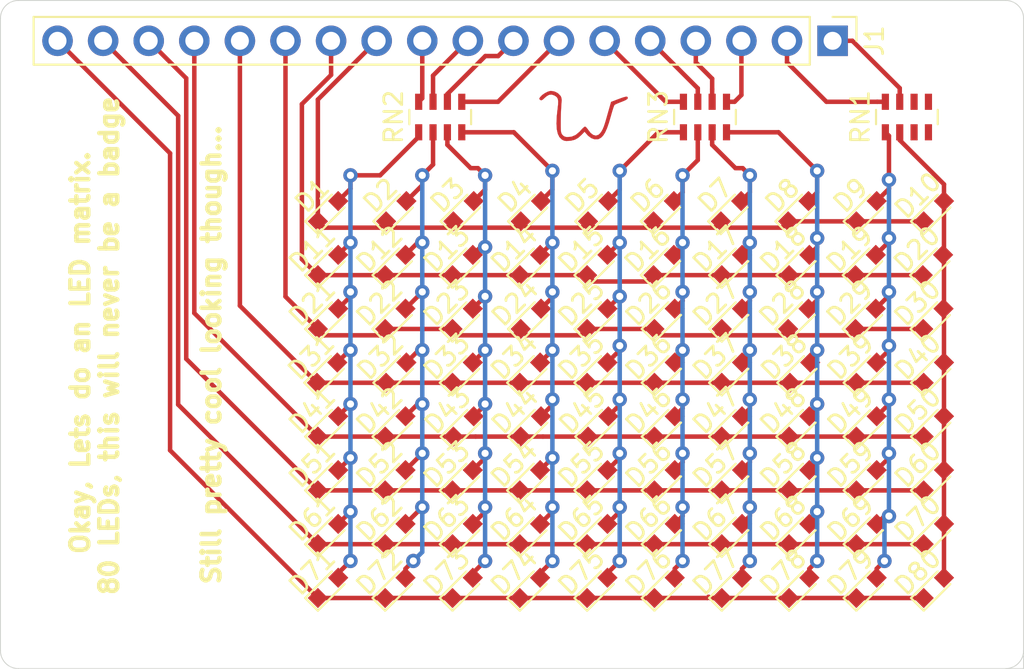
<source format=kicad_pcb>
(kicad_pcb (version 20171130) (host pcbnew 5.1.0)
  (layers (0 F.Cu signal) (31 B.Cu signal) (34 B.Paste user) (35 F.Paste user) (36 B.SilkS user) (37 F.SilkS user) (38 B.Mask user) (39 F.Mask user) (44 Edge.Cuts user))
  (net 0 "")
  (net 1 R1)
  (net 2 "Net-(D1-Pad2)")
  (net 3 "Net-(D12-Pad2)")
  (net 4 "Net-(D13-Pad2)")
  (net 5 "Net-(D14-Pad2)")
  (net 6 "Net-(D15-Pad2)")
  (net 7 "Net-(D16-Pad2)")
  (net 8 "Net-(D17-Pad2)")
  (net 9 "Net-(D18-Pad2)")
  (net 10 "Net-(D19-Pad2)")
  (net 11 "Net-(D10-Pad2)")
  (net 12 R2)
  (net 13 R3)
  (net 14 R4)
  (net 15 R5)
  (net 16 R6)
  (net 17 R7)
  (net 18 R8)
  (net 19 C1)
  (net 20 C2)
  (net 21 C3)
  (net 22 C4)
  (net 23 C5)
  (net 24 C6)
  (net 25 C7)
  (net 26 C8)
  (net 27 C9)
  (net 28 C10)
  (net 29 "Net-(RN1-Pad3)")
  (net 30 "Net-(RN1-Pad4)")
  (net 31 "Net-(RN1-Pad6)")
  (net 32 "Net-(RN1-Pad5)")
  (module NFCBuisness:W (layer F.Cu) (at 118.75 51)
    (fp_text reference Ref** hide)
    (fp_text value Val** hide)
    (fp_poly (pts (xy -1.630587 -2.420899) (xy -1.447524 -2.328559) (xy -1.311592 -2.194757) (xy -1.304211 -2.183555) (xy -1.265704 -2.11344) (xy -1.244213 -2.038839) (xy -1.23774 -1.938094) (xy -1.244287 -1.789546) (xy -1.255088 -1.651) (xy -1.268682 -1.442824) (xy -1.279873 -1.184894) (xy -1.287394 -0.912114) (xy -1.289962 -0.690936) (xy -1.289221 -0.458958) (xy -1.284387 -0.294975) (xy -1.273305 -0.182336) (xy -1.25382 -0.10439) (xy -1.223775 -0.044488) (xy -1.202268 -0.013603) (xy -1.116398 0.071274) (xy -1.002822 0.111004) (xy -0.929984 0.119227) (xy -0.68211 0.100096) (xy -0.454281 0.00289) (xy -0.240656 -0.175182) (xy -0.185776 -0.236175) (xy -0.081108 -0.349759) (xy 0.009066 -0.431822) (xy 0.066141 -0.465547) (xy 0.068112 -0.465666) (xy 0.123755 -0.432548) (xy 0.197182 -0.348904) (xy 0.229505 -0.301607) (xy 0.376869 -0.110873) (xy 0.526913 0.003226) (xy 0.674284 0.03902) (xy 0.813631 -0.005163) (xy 0.907971 -0.089777) (xy 0.988653 -0.198585) (xy 1.058934 -0.326542) (xy 1.126082 -0.490779) (xy 1.197364 -0.708426) (xy 1.255985 -0.910166) (xy 1.31545 -1.12099) (xy 1.377683 -1.340443) (xy 1.431333 -1.528529) (xy 1.442246 -1.566558) (xy 1.521416 -1.84195) (xy 1.949565 -2.005418) (xy 2.167567 -2.084028) (xy 2.315998 -2.126297) (xy 2.401001 -2.133773) (xy 2.422145 -2.124455) (xy 2.452677 -2.065526) (xy 2.41974 -2.005855) (xy 2.317286 -1.940366) (xy 2.13927 -1.863979) (xy 2.089887 -1.8454) (xy 1.930263 -1.78316) (xy 1.799296 -1.726134) (xy 1.71927 -1.684217) (xy 1.708527 -1.676067) (xy 1.680315 -1.619963) (xy 1.636526 -1.498254) (xy 1.582553 -1.327363) (xy 1.52379 -1.123712) (xy 1.507251 -1.063196) (xy 1.396737 -0.68139) (xy 1.290651 -0.376432) (xy 1.184846 -0.140938) (xy 1.075173 0.032475) (xy 0.957485 0.15119) (xy 0.827635 0.222591) (xy 0.776069 0.238398) (xy 0.602379 0.241191) (xy 0.418574 0.174646) (xy 0.246259 0.047924) (xy 0.192569 -0.009056) (xy 0.041511 -0.185533) (xy -0.128458 -0.008645) (xy -0.312966 0.157866) (xy -0.496288 0.260737) (xy -0.709082 0.314778) (xy -0.823587 0.327186) (xy -0.981029 0.333485) (xy -1.090094 0.317957) (xy -1.185756 0.27362) (xy -1.227666 0.246552) (xy -1.355913 0.118677) (xy -1.447302 -0.068507) (xy -1.502345 -0.318683) (xy -1.521551 -0.635539) (xy -1.505431 -1.022758) (xy -1.460818 -1.436924) (xy -1.432055 -1.688127) (xy -1.424811 -1.871541) (xy -1.442863 -2.002167) (xy -1.489991 -2.095003) (xy -1.569973 -2.165049) (xy -1.656298 -2.212878) (xy -1.801342 -2.257899) (xy -1.939703 -2.239415) (xy -2.087459 -2.15265) (xy -2.203421 -2.05035) (xy -2.298884 -1.96489) (xy -2.361491 -1.934189) (xy -2.413708 -1.94891) (xy -2.426473 -1.957639) (xy -2.473927 -2.002339) (xy -2.467648 -2.051331) (xy -2.429475 -2.110518) (xy -2.32004 -2.223928) (xy -2.167499 -2.330713) (xy -2.002595 -2.413218) (xy -1.856072 -2.453788) (xy -1.829026 -2.455333) (xy -1.630587 -2.420899)) (layer F.Cu) (width 0.01))
  )
  (module Pin_Headers:Pin_Header_Straight_1x18_Pitch2.54mm (layer F.Cu) (at 132.61 45.75 270)
    (fp_text reference J1 (at 0 -2.33 270) (layer F.SilkS))
    (fp_text value Conn_01x18)
    (pad 1 thru_hole rect (at 0 0 270) (size 1.7 1.7) (drill 1) (layers *.Cu *.Mask) (net 28 C10))
    (pad 2 thru_hole oval (at 0 2.54 270) (size 1.7 1.7) (drill 1) (layers *.Cu *.Mask) (net 27 C9))
    (pad 3 thru_hole oval (at 0 5.08 270) (size 1.7 1.7) (drill 1) (layers *.Cu *.Mask) (net 26 C8))
    (pad 4 thru_hole oval (at 0 7.62 270) (size 1.7 1.7) (drill 1) (layers *.Cu *.Mask) (net 25 C7))
    (pad 5 thru_hole oval (at 0 10.16 270) (size 1.7 1.7) (drill 1) (layers *.Cu *.Mask) (net 24 C6))
    (pad 6 thru_hole oval (at 0 12.7 270) (size 1.7 1.7) (drill 1) (layers *.Cu *.Mask) (net 23 C5))
    (pad 7 thru_hole oval (at 0 15.24 270) (size 1.7 1.7) (drill 1) (layers *.Cu *.Mask) (net 22 C4))
    (pad 8 thru_hole oval (at 0 17.78 270) (size 1.7 1.7) (drill 1) (layers *.Cu *.Mask) (net 21 C3))
    (pad 9 thru_hole oval (at 0 20.32 270) (size 1.7 1.7) (drill 1) (layers *.Cu *.Mask) (net 20 C2))
    (pad 10 thru_hole oval (at 0 22.86 270) (size 1.7 1.7) (drill 1) (layers *.Cu *.Mask) (net 19 C1))
    (pad 11 thru_hole oval (at 0 25.4 270) (size 1.7 1.7) (drill 1) (layers *.Cu *.Mask) (net 1 R1))
    (pad 12 thru_hole oval (at 0 27.94 270) (size 1.7 1.7) (drill 1) (layers *.Cu *.Mask) (net 12 R2))
    (pad 13 thru_hole oval (at 0 30.48 270) (size 1.7 1.7) (drill 1) (layers *.Cu *.Mask) (net 13 R3))
    (pad 14 thru_hole oval (at 0 33.02 270) (size 1.7 1.7) (drill 1) (layers *.Cu *.Mask) (net 14 R4))
    (pad 15 thru_hole oval (at 0 35.56 270) (size 1.7 1.7) (drill 1) (layers *.Cu *.Mask) (net 15 R5))
    (pad 16 thru_hole oval (at 0 38.1 270) (size 1.7 1.7) (drill 1) (layers *.Cu *.Mask) (net 16 R6))
    (pad 17 thru_hole oval (at 0 40.64 270) (size 1.7 1.7) (drill 1) (layers *.Cu *.Mask) (net 17 R7))
    (pad 18 thru_hole oval (at 0 43.18 270) (size 1.7 1.7) (drill 1) (layers *.Cu *.Mask) (net 18 R8))
  )
  (module Resistors_SMD:R_Array_Concave_4x0603 (layer F.Cu) (at 136.75 50 90)
    (fp_text reference RN1 (at 0 -2.6 90) (layer F.SilkS))
    (fp_text value R_Pack04)
    (pad 2 smd rect (at -0.85 -0.4 90) (size 0.9 0.4) (layers F.Cu F.Paste F.Mask) (net 11 "Net-(D10-Pad2)"))
    (pad 3 smd rect (at -0.85 0.4 90) (size 0.9 0.4) (layers F.Cu F.Paste F.Mask) (net 29 "Net-(RN1-Pad3)"))
    (pad 1 smd rect (at -0.85 -1.2 90) (size 0.9 0.4) (layers F.Cu F.Paste F.Mask) (net 10 "Net-(D19-Pad2)"))
    (pad 4 smd rect (at -0.85 1.2 90) (size 0.9 0.4) (layers F.Cu F.Paste F.Mask) (net 30 "Net-(RN1-Pad4)"))
    (pad 8 smd rect (at 0.85 -1.2 90) (size 0.9 0.4) (layers F.Cu F.Paste F.Mask) (net 27 C9))
    (pad 7 smd rect (at 0.85 -0.4 90) (size 0.9 0.4) (layers F.Cu F.Paste F.Mask) (net 28 C10))
    (pad 6 smd rect (at 0.85 0.4 90) (size 0.9 0.4) (layers F.Cu F.Paste F.Mask) (net 31 "Net-(RN1-Pad6)"))
    (pad 5 smd rect (at 0.85 1.2 90) (size 0.9 0.4) (layers F.Cu F.Paste F.Mask) (net 32 "Net-(RN1-Pad5)"))
  )
  (module Resistors_SMD:R_Array_Concave_4x0603 (layer F.Cu) (at 110.75 50 90)
    (fp_text reference RN2 (at 0 -2.6 90) (layer F.SilkS))
    (fp_text value R_Pack04)
    (pad 2 smd rect (at -0.85 -0.4 90) (size 0.9 0.4) (layers F.Cu F.Paste F.Mask) (net 3 "Net-(D12-Pad2)"))
    (pad 3 smd rect (at -0.85 0.4 90) (size 0.9 0.4) (layers F.Cu F.Paste F.Mask) (net 4 "Net-(D13-Pad2)"))
    (pad 1 smd rect (at -0.85 -1.2 90) (size 0.9 0.4) (layers F.Cu F.Paste F.Mask) (net 2 "Net-(D1-Pad2)"))
    (pad 4 smd rect (at -0.85 1.2 90) (size 0.9 0.4) (layers F.Cu F.Paste F.Mask) (net 5 "Net-(D14-Pad2)"))
    (pad 8 smd rect (at 0.85 -1.2 90) (size 0.9 0.4) (layers F.Cu F.Paste F.Mask) (net 19 C1))
    (pad 7 smd rect (at 0.85 -0.4 90) (size 0.9 0.4) (layers F.Cu F.Paste F.Mask) (net 20 C2))
    (pad 6 smd rect (at 0.85 0.4 90) (size 0.9 0.4) (layers F.Cu F.Paste F.Mask) (net 21 C3))
    (pad 5 smd rect (at 0.85 1.2 90) (size 0.9 0.4) (layers F.Cu F.Paste F.Mask) (net 22 C4))
  )
  (module Resistors_SMD:R_Array_Concave_4x0603 (layer F.Cu) (at 125.5 50 90)
    (fp_text reference RN3 (at 0 -2.6 90) (layer F.SilkS))
    (fp_text value R_Pack04)
    (pad 5 smd rect (at 0.85 1.2 90) (size 0.9 0.4) (layers F.Cu F.Paste F.Mask) (net 26 C8))
    (pad 6 smd rect (at 0.85 0.4 90) (size 0.9 0.4) (layers F.Cu F.Paste F.Mask) (net 25 C7))
    (pad 7 smd rect (at 0.85 -0.4 90) (size 0.9 0.4) (layers F.Cu F.Paste F.Mask) (net 24 C6))
    (pad 8 smd rect (at 0.85 -1.2 90) (size 0.9 0.4) (layers F.Cu F.Paste F.Mask) (net 23 C5))
    (pad 4 smd rect (at -0.85 1.2 90) (size 0.9 0.4) (layers F.Cu F.Paste F.Mask) (net 9 "Net-(D18-Pad2)"))
    (pad 1 smd rect (at -0.85 -1.2 90) (size 0.9 0.4) (layers F.Cu F.Paste F.Mask) (net 6 "Net-(D15-Pad2)"))
    (pad 3 smd rect (at -0.85 0.4 90) (size 0.9 0.4) (layers F.Cu F.Paste F.Mask) (net 8 "Net-(D17-Pad2)"))
    (pad 2 smd rect (at -0.85 -0.4 90) (size 0.9 0.4) (layers F.Cu F.Paste F.Mask) (net 7 "Net-(D16-Pad2)"))
  )
  (module LEDs:LED_0603 (layer F.Cu) (at 104.5 55.25 45)
    (fp_text reference D1 (at 0 -1.25 45) (layer F.SilkS))
    (fp_text value LED)
    (pad 1 smd rect (at -0.8 0 225) (size 0.8 0.8) (layers F.Cu F.Paste F.Mask) (net 1 R1))
    (pad 2 smd rect (at 0.8 0 225) (size 0.8 0.8) (layers F.Cu F.Paste F.Mask) (net 2 "Net-(D1-Pad2)"))
  )
  (module LEDs:LED_0603 (layer F.Cu) (at 108.3 55.25 45)
    (fp_text reference D2 (at 0 -1.25 45) (layer F.SilkS))
    (fp_text value LED)
    (pad 2 smd rect (at 0.8 0 225) (size 0.8 0.8) (layers F.Cu F.Paste F.Mask) (net 3 "Net-(D12-Pad2)"))
    (pad 1 smd rect (at -0.8 0 225) (size 0.8 0.8) (layers F.Cu F.Paste F.Mask) (net 1 R1))
  )
  (module LEDs:LED_0603 (layer F.Cu) (at 112.05 55.25 45)
    (fp_text reference D3 (at 0 -1.25 45) (layer F.SilkS))
    (fp_text value LED)
    (pad 1 smd rect (at -0.8 0 225) (size 0.8 0.8) (layers F.Cu F.Paste F.Mask) (net 1 R1))
    (pad 2 smd rect (at 0.8 0 225) (size 0.8 0.8) (layers F.Cu F.Paste F.Mask) (net 4 "Net-(D13-Pad2)"))
  )
  (module LEDs:LED_0603 (layer F.Cu) (at 115.8 55.25 45)
    (fp_text reference D4 (at 0 -1.25 45) (layer F.SilkS))
    (fp_text value LED)
    (pad 1 smd rect (at -0.8 0 225) (size 0.8 0.8) (layers F.Cu F.Paste F.Mask) (net 1 R1))
    (pad 2 smd rect (at 0.8 0 225) (size 0.8 0.8) (layers F.Cu F.Paste F.Mask) (net 5 "Net-(D14-Pad2)"))
  )
  (module LEDs:LED_0603 (layer F.Cu) (at 119.55 55.25 45)
    (fp_text reference D5 (at 0 -1.25 45) (layer F.SilkS))
    (fp_text value LED)
    (pad 1 smd rect (at -0.8 0 225) (size 0.8 0.8) (layers F.Cu F.Paste F.Mask) (net 1 R1))
    (pad 2 smd rect (at 0.8 0 225) (size 0.8 0.8) (layers F.Cu F.Paste F.Mask) (net 6 "Net-(D15-Pad2)"))
  )
  (module LEDs:LED_0603 (layer F.Cu) (at 123.2 55.25 45)
    (fp_text reference D6 (at 0 -1.25 45) (layer F.SilkS))
    (fp_text value LED)
    (pad 1 smd rect (at -0.8 0 225) (size 0.8 0.8) (layers F.Cu F.Paste F.Mask) (net 1 R1))
    (pad 2 smd rect (at 0.8 0 225) (size 0.8 0.8) (layers F.Cu F.Paste F.Mask) (net 7 "Net-(D16-Pad2)"))
  )
  (module LEDs:LED_0603 (layer F.Cu) (at 126.95 55.25 45)
    (fp_text reference D7 (at 0 -1.25 45) (layer F.SilkS))
    (fp_text value LED)
    (pad 1 smd rect (at -0.8 0 225) (size 0.8 0.8) (layers F.Cu F.Paste F.Mask) (net 1 R1))
    (pad 2 smd rect (at 0.8 0 225) (size 0.8 0.8) (layers F.Cu F.Paste F.Mask) (net 8 "Net-(D17-Pad2)"))
  )
  (module LEDs:LED_0603 (layer F.Cu) (at 130.7 55.25 45)
    (fp_text reference D8 (at 0 -1.25 45) (layer F.SilkS))
    (fp_text value LED)
    (pad 1 smd rect (at -0.8 0 225) (size 0.8 0.8) (layers F.Cu F.Paste F.Mask) (net 1 R1))
    (pad 2 smd rect (at 0.8 0 225) (size 0.8 0.8) (layers F.Cu F.Paste F.Mask) (net 9 "Net-(D18-Pad2)"))
  )
  (module LEDs:LED_0603 (layer F.Cu) (at 134.5 55.25 45)
    (fp_text reference D9 (at 0 -1.25 45) (layer F.SilkS))
    (fp_text value LED)
    (pad 1 smd rect (at -0.8 0 225) (size 0.8 0.8) (layers F.Cu F.Paste F.Mask) (net 1 R1))
    (pad 2 smd rect (at 0.8 0 225) (size 0.8 0.8) (layers F.Cu F.Paste F.Mask) (net 10 "Net-(D19-Pad2)"))
  )
  (module LEDs:LED_0603 (layer F.Cu) (at 138.25 55.25 45)
    (fp_text reference D10 (at 0 -1.25 45) (layer F.SilkS))
    (fp_text value LED)
    (pad 1 smd rect (at -0.8 0 225) (size 0.8 0.8) (layers F.Cu F.Paste F.Mask) (net 1 R1))
    (pad 2 smd rect (at 0.8 0 225) (size 0.8 0.8) (layers F.Cu F.Paste F.Mask) (net 11 "Net-(D10-Pad2)"))
  )
  (module LEDs:LED_0603 (layer F.Cu) (at 104.5 58.25 45)
    (fp_text reference D11 (at 0 -1.25 45) (layer F.SilkS))
    (fp_text value LED)
    (pad 2 smd rect (at 0.8 0 225) (size 0.8 0.8) (layers F.Cu F.Paste F.Mask) (net 2 "Net-(D1-Pad2)"))
    (pad 1 smd rect (at -0.8 0 225) (size 0.8 0.8) (layers F.Cu F.Paste F.Mask) (net 12 R2))
  )
  (module LEDs:LED_0603 (layer F.Cu) (at 108.25 58.25 45)
    (fp_text reference D12 (at 0 -1.25 45) (layer F.SilkS))
    (fp_text value LED)
    (pad 2 smd rect (at 0.8 0 225) (size 0.8 0.8) (layers F.Cu F.Paste F.Mask) (net 3 "Net-(D12-Pad2)"))
    (pad 1 smd rect (at -0.8 0 225) (size 0.8 0.8) (layers F.Cu F.Paste F.Mask) (net 12 R2))
  )
  (module LEDs:LED_0603 (layer F.Cu) (at 112 58.25 45)
    (fp_text reference D13 (at 0 -1.25 45) (layer F.SilkS))
    (fp_text value LED)
    (pad 2 smd rect (at 0.8 0 225) (size 0.8 0.8) (layers F.Cu F.Paste F.Mask) (net 4 "Net-(D13-Pad2)"))
    (pad 1 smd rect (at -0.8 0 225) (size 0.8 0.8) (layers F.Cu F.Paste F.Mask) (net 12 R2))
  )
  (module LEDs:LED_0603 (layer F.Cu) (at 115.75 58.25 45)
    (fp_text reference D14 (at 0 -1.25 45) (layer F.SilkS))
    (fp_text value LED)
    (pad 2 smd rect (at 0.8 0 225) (size 0.8 0.8) (layers F.Cu F.Paste F.Mask) (net 5 "Net-(D14-Pad2)"))
    (pad 1 smd rect (at -0.8 0 225) (size 0.8 0.8) (layers F.Cu F.Paste F.Mask) (net 12 R2))
  )
  (module LEDs:LED_0603 (layer F.Cu) (at 119.5 58.25 45)
    (fp_text reference D15 (at 0 -1.25 45) (layer F.SilkS))
    (fp_text value LED)
    (pad 2 smd rect (at 0.8 0 225) (size 0.8 0.8) (layers F.Cu F.Paste F.Mask) (net 6 "Net-(D15-Pad2)"))
    (pad 1 smd rect (at -0.8 0 225) (size 0.8 0.8) (layers F.Cu F.Paste F.Mask) (net 12 R2))
  )
  (module LEDs:LED_0603 (layer F.Cu) (at 123.2 58.25 45)
    (fp_text reference D16 (at 0 -1.25 45) (layer F.SilkS))
    (fp_text value LED)
    (pad 2 smd rect (at 0.8 0 225) (size 0.8 0.8) (layers F.Cu F.Paste F.Mask) (net 7 "Net-(D16-Pad2)"))
    (pad 1 smd rect (at -0.8 0 225) (size 0.8 0.8) (layers F.Cu F.Paste F.Mask) (net 12 R2))
  )
  (module LEDs:LED_0603 (layer F.Cu) (at 127 58.25 45)
    (fp_text reference D17 (at 0 -1.25 45) (layer F.SilkS))
    (fp_text value LED)
    (pad 2 smd rect (at 0.8 0 225) (size 0.8 0.8) (layers F.Cu F.Paste F.Mask) (net 8 "Net-(D17-Pad2)"))
    (pad 1 smd rect (at -0.8 0 225) (size 0.8 0.8) (layers F.Cu F.Paste F.Mask) (net 12 R2))
  )
  (module LEDs:LED_0603 (layer F.Cu) (at 130.75 58.25 45)
    (fp_text reference D18 (at 0 -1.25 45) (layer F.SilkS))
    (fp_text value LED)
    (pad 2 smd rect (at 0.8 0 225) (size 0.8 0.8) (layers F.Cu F.Paste F.Mask) (net 9 "Net-(D18-Pad2)"))
    (pad 1 smd rect (at -0.8 0 225) (size 0.8 0.8) (layers F.Cu F.Paste F.Mask) (net 12 R2))
  )
  (module LEDs:LED_0603 (layer F.Cu) (at 134.45 58.25 45)
    (fp_text reference D19 (at 0 -1.25 45) (layer F.SilkS))
    (fp_text value LED)
    (pad 2 smd rect (at 0.8 0 225) (size 0.8 0.8) (layers F.Cu F.Paste F.Mask) (net 10 "Net-(D19-Pad2)"))
    (pad 1 smd rect (at -0.8 0 225) (size 0.8 0.8) (layers F.Cu F.Paste F.Mask) (net 12 R2))
  )
  (module LEDs:LED_0603 (layer F.Cu) (at 138.2 58.25 45)
    (fp_text reference D20 (at 0 -1.25 45) (layer F.SilkS))
    (fp_text value LED)
    (pad 2 smd rect (at 0.8 0 225) (size 0.8 0.8) (layers F.Cu F.Paste F.Mask) (net 11 "Net-(D10-Pad2)"))
    (pad 1 smd rect (at -0.8 0 225) (size 0.8 0.8) (layers F.Cu F.Paste F.Mask) (net 12 R2))
  )
  (module LEDs:LED_0603 (layer F.Cu) (at 104.5 61.25 45)
    (fp_text reference D21 (at 0 -1.25 45) (layer F.SilkS))
    (fp_text value LED)
    (pad 2 smd rect (at 0.8 0 225) (size 0.8 0.8) (layers F.Cu F.Paste F.Mask) (net 2 "Net-(D1-Pad2)"))
    (pad 1 smd rect (at -0.8 0 225) (size 0.8 0.8) (layers F.Cu F.Paste F.Mask) (net 13 R3))
  )
  (module LEDs:LED_0603 (layer F.Cu) (at 108.25 61.25 45)
    (fp_text reference D22 (at 0 -1.25 45) (layer F.SilkS))
    (fp_text value LED)
    (pad 1 smd rect (at -0.8 0 225) (size 0.8 0.8) (layers F.Cu F.Paste F.Mask) (net 13 R3))
    (pad 2 smd rect (at 0.8 0 225) (size 0.8 0.8) (layers F.Cu F.Paste F.Mask) (net 3 "Net-(D12-Pad2)"))
  )
  (module LEDs:LED_0603 (layer F.Cu) (at 112 61.25 45)
    (fp_text reference D23 (at 0 -1.25 45) (layer F.SilkS))
    (fp_text value LED)
    (pad 1 smd rect (at -0.8 0 225) (size 0.8 0.8) (layers F.Cu F.Paste F.Mask) (net 13 R3))
    (pad 2 smd rect (at 0.8 0 225) (size 0.8 0.8) (layers F.Cu F.Paste F.Mask) (net 4 "Net-(D13-Pad2)"))
  )
  (module LEDs:LED_0603 (layer F.Cu) (at 115.8 61.25 45)
    (fp_text reference D24 (at 0 -1.25 45) (layer F.SilkS))
    (fp_text value LED)
    (pad 1 smd rect (at -0.8 0 225) (size 0.8 0.8) (layers F.Cu F.Paste F.Mask) (net 13 R3))
    (pad 2 smd rect (at 0.8 0 225) (size 0.8 0.8) (layers F.Cu F.Paste F.Mask) (net 5 "Net-(D14-Pad2)"))
  )
  (module LEDs:LED_0603 (layer F.Cu) (at 119.5 61.25 45)
    (fp_text reference D25 (at 0 -1.25 45) (layer F.SilkS))
    (fp_text value LED)
    (pad 2 smd rect (at 0.8 0 225) (size 0.8 0.8) (layers F.Cu F.Paste F.Mask) (net 6 "Net-(D15-Pad2)"))
    (pad 1 smd rect (at -0.8 0 225) (size 0.8 0.8) (layers F.Cu F.Paste F.Mask) (net 13 R3))
  )
  (module LEDs:LED_0603 (layer F.Cu) (at 123.25 61.25 45)
    (fp_text reference D26 (at 0 -1.25 45) (layer F.SilkS))
    (fp_text value LED)
    (pad 1 smd rect (at -0.8 0 225) (size 0.8 0.8) (layers F.Cu F.Paste F.Mask) (net 13 R3))
    (pad 2 smd rect (at 0.8 0 225) (size 0.8 0.8) (layers F.Cu F.Paste F.Mask) (net 7 "Net-(D16-Pad2)"))
  )
  (module LEDs:LED_0603 (layer F.Cu) (at 127 61.25 45)
    (fp_text reference D27 (at 0 -1.25 45) (layer F.SilkS))
    (fp_text value LED)
    (pad 1 smd rect (at -0.8 0 225) (size 0.8 0.8) (layers F.Cu F.Paste F.Mask) (net 13 R3))
    (pad 2 smd rect (at 0.8 0 225) (size 0.8 0.8) (layers F.Cu F.Paste F.Mask) (net 8 "Net-(D17-Pad2)"))
  )
  (module LEDs:LED_0603 (layer F.Cu) (at 130.7 61.25 45)
    (fp_text reference D28 (at 0 -1.25 45) (layer F.SilkS))
    (fp_text value LED)
    (pad 1 smd rect (at -0.8 0 225) (size 0.8 0.8) (layers F.Cu F.Paste F.Mask) (net 13 R3))
    (pad 2 smd rect (at 0.8 0 225) (size 0.8 0.8) (layers F.Cu F.Paste F.Mask) (net 9 "Net-(D18-Pad2)"))
  )
  (module LEDs:LED_0603 (layer F.Cu) (at 134.45 61.25 45)
    (fp_text reference D29 (at 0 -1.25 45) (layer F.SilkS))
    (fp_text value LED)
    (pad 1 smd rect (at -0.8 0 225) (size 0.8 0.8) (layers F.Cu F.Paste F.Mask) (net 13 R3))
    (pad 2 smd rect (at 0.8 0 225) (size 0.8 0.8) (layers F.Cu F.Paste F.Mask) (net 10 "Net-(D19-Pad2)"))
  )
  (module LEDs:LED_0603 (layer F.Cu) (at 138.225 61.25 45)
    (fp_text reference D30 (at 0 -1.25 45) (layer F.SilkS))
    (fp_text value LED)
    (pad 1 smd rect (at -0.8 0 225) (size 0.8 0.8) (layers F.Cu F.Paste F.Mask) (net 13 R3))
    (pad 2 smd rect (at 0.8 0 225) (size 0.8 0.8) (layers F.Cu F.Paste F.Mask) (net 11 "Net-(D10-Pad2)"))
  )
  (module LEDs:LED_0603 (layer F.Cu) (at 104.45 64.25 45)
    (fp_text reference D31 (at 0 -1.25 45) (layer F.SilkS))
    (fp_text value LED)
    (pad 2 smd rect (at 0.8 0 225) (size 0.8 0.8) (layers F.Cu F.Paste F.Mask) (net 2 "Net-(D1-Pad2)"))
    (pad 1 smd rect (at -0.8 0 225) (size 0.8 0.8) (layers F.Cu F.Paste F.Mask) (net 14 R4))
  )
  (module LEDs:LED_0603 (layer F.Cu) (at 108.3 64.25 45)
    (fp_text reference D32 (at 0 -1.25 45) (layer F.SilkS))
    (fp_text value LED)
    (pad 2 smd rect (at 0.8 0 225) (size 0.8 0.8) (layers F.Cu F.Paste F.Mask) (net 3 "Net-(D12-Pad2)"))
    (pad 1 smd rect (at -0.8 0 225) (size 0.8 0.8) (layers F.Cu F.Paste F.Mask) (net 14 R4))
  )
  (module LEDs:LED_0603 (layer F.Cu) (at 112 64.25 45)
    (fp_text reference D33 (at 0 -1.25 45) (layer F.SilkS))
    (fp_text value LED)
    (pad 2 smd rect (at 0.8 0 225) (size 0.8 0.8) (layers F.Cu F.Paste F.Mask) (net 4 "Net-(D13-Pad2)"))
    (pad 1 smd rect (at -0.8 0 225) (size 0.8 0.8) (layers F.Cu F.Paste F.Mask) (net 14 R4))
  )
  (module LEDs:LED_0603 (layer F.Cu) (at 115.75 64.25 45)
    (fp_text reference D34 (at 0 -1.25 45) (layer F.SilkS))
    (fp_text value LED)
    (pad 2 smd rect (at 0.8 0 225) (size 0.8 0.8) (layers F.Cu F.Paste F.Mask) (net 5 "Net-(D14-Pad2)"))
    (pad 1 smd rect (at -0.8 0 225) (size 0.8 0.8) (layers F.Cu F.Paste F.Mask) (net 14 R4))
  )
  (module LEDs:LED_0603 (layer F.Cu) (at 119.5 64.25 45)
    (fp_text reference D35 (at 0 -1.25 45) (layer F.SilkS))
    (fp_text value LED)
    (pad 1 smd rect (at -0.8 0 225) (size 0.8 0.8) (layers F.Cu F.Paste F.Mask) (net 14 R4))
    (pad 2 smd rect (at 0.8 0 225) (size 0.8 0.8) (layers F.Cu F.Paste F.Mask) (net 6 "Net-(D15-Pad2)"))
  )
  (module LEDs:LED_0603 (layer F.Cu) (at 123.25 64.25 45)
    (fp_text reference D36 (at 0 -1.25 45) (layer F.SilkS))
    (fp_text value LED)
    (pad 2 smd rect (at 0.8 0 225) (size 0.8 0.8) (layers F.Cu F.Paste F.Mask) (net 7 "Net-(D16-Pad2)"))
    (pad 1 smd rect (at -0.8 0 225) (size 0.8 0.8) (layers F.Cu F.Paste F.Mask) (net 14 R4))
  )
  (module LEDs:LED_0603 (layer F.Cu) (at 127 64.25 45)
    (fp_text reference D37 (at 0 -1.25 45) (layer F.SilkS))
    (fp_text value LED)
    (pad 2 smd rect (at 0.8 0 225) (size 0.8 0.8) (layers F.Cu F.Paste F.Mask) (net 8 "Net-(D17-Pad2)"))
    (pad 1 smd rect (at -0.8 0 225) (size 0.8 0.8) (layers F.Cu F.Paste F.Mask) (net 14 R4))
  )
  (module LEDs:LED_0603 (layer F.Cu) (at 130.8 64.25 45)
    (fp_text reference D38 (at 0 -1.25 45) (layer F.SilkS))
    (fp_text value LED)
    (pad 2 smd rect (at 0.8 0 225) (size 0.8 0.8) (layers F.Cu F.Paste F.Mask) (net 9 "Net-(D18-Pad2)"))
    (pad 1 smd rect (at -0.8 0 225) (size 0.8 0.8) (layers F.Cu F.Paste F.Mask) (net 14 R4))
  )
  (module LEDs:LED_0603 (layer F.Cu) (at 134.5 64.25 45)
    (fp_text reference D39 (at 0 -1.25 45) (layer F.SilkS))
    (fp_text value LED)
    (pad 2 smd rect (at 0.8 0 225) (size 0.8 0.8) (layers F.Cu F.Paste F.Mask) (net 10 "Net-(D19-Pad2)"))
    (pad 1 smd rect (at -0.8 0 225) (size 0.8 0.8) (layers F.Cu F.Paste F.Mask) (net 14 R4))
  )
  (module LEDs:LED_0603 (layer F.Cu) (at 138.25 64.25 45)
    (fp_text reference D40 (at 0 -1.25 45) (layer F.SilkS))
    (fp_text value LED)
    (pad 2 smd rect (at 0.8 0 225) (size 0.8 0.8) (layers F.Cu F.Paste F.Mask) (net 11 "Net-(D10-Pad2)"))
    (pad 1 smd rect (at -0.8 0 225) (size 0.8 0.8) (layers F.Cu F.Paste F.Mask) (net 14 R4))
  )
  (module LEDs:LED_0603 (layer F.Cu) (at 104.5 67.25 45)
    (fp_text reference D41 (at 0 -1.25 45) (layer F.SilkS))
    (fp_text value LED)
    (pad 1 smd rect (at -0.8 0 225) (size 0.8 0.8) (layers F.Cu F.Paste F.Mask) (net 15 R5))
    (pad 2 smd rect (at 0.8 0 225) (size 0.8 0.8) (layers F.Cu F.Paste F.Mask) (net 2 "Net-(D1-Pad2)"))
  )
  (module LEDs:LED_0603 (layer F.Cu) (at 108.25 67.25 45)
    (fp_text reference D42 (at 0 -1.25 45) (layer F.SilkS))
    (fp_text value LED)
    (pad 1 smd rect (at -0.8 0 225) (size 0.8 0.8) (layers F.Cu F.Paste F.Mask) (net 15 R5))
    (pad 2 smd rect (at 0.8 0 225) (size 0.8 0.8) (layers F.Cu F.Paste F.Mask) (net 3 "Net-(D12-Pad2)"))
  )
  (module LEDs:LED_0603 (layer F.Cu) (at 112.05 67.25 45)
    (fp_text reference D43 (at 0 -1.25 45) (layer F.SilkS))
    (fp_text value LED)
    (pad 1 smd rect (at -0.8 0 225) (size 0.8 0.8) (layers F.Cu F.Paste F.Mask) (net 15 R5))
    (pad 2 smd rect (at 0.8 0 225) (size 0.8 0.8) (layers F.Cu F.Paste F.Mask) (net 4 "Net-(D13-Pad2)"))
  )
  (module LEDs:LED_0603 (layer F.Cu) (at 115.8 67.25 45)
    (fp_text reference D44 (at 0 -1.25 45) (layer F.SilkS))
    (fp_text value LED)
    (pad 1 smd rect (at -0.8 0 225) (size 0.8 0.8) (layers F.Cu F.Paste F.Mask) (net 15 R5))
    (pad 2 smd rect (at 0.8 0 225) (size 0.8 0.8) (layers F.Cu F.Paste F.Mask) (net 5 "Net-(D14-Pad2)"))
  )
  (module LEDs:LED_0603 (layer F.Cu) (at 119.55 67.25 45)
    (fp_text reference D45 (at 0 -1.25 45) (layer F.SilkS))
    (fp_text value LED)
    (pad 1 smd rect (at -0.8 0 225) (size 0.8 0.8) (layers F.Cu F.Paste F.Mask) (net 15 R5))
    (pad 2 smd rect (at 0.8 0 225) (size 0.8 0.8) (layers F.Cu F.Paste F.Mask) (net 6 "Net-(D15-Pad2)"))
  )
  (module LEDs:LED_0603 (layer F.Cu) (at 123.25 67.25 45)
    (fp_text reference D46 (at 0 -1.25 45) (layer F.SilkS))
    (fp_text value LED)
    (pad 1 smd rect (at -0.8 0 225) (size 0.8 0.8) (layers F.Cu F.Paste F.Mask) (net 15 R5))
    (pad 2 smd rect (at 0.8 0 225) (size 0.8 0.8) (layers F.Cu F.Paste F.Mask) (net 7 "Net-(D16-Pad2)"))
  )
  (module LEDs:LED_0603 (layer F.Cu) (at 127 67.25 45)
    (fp_text reference D47 (at 0 -1.25 45) (layer F.SilkS))
    (fp_text value LED)
    (pad 2 smd rect (at 0.8 0 225) (size 0.8 0.8) (layers F.Cu F.Paste F.Mask) (net 8 "Net-(D17-Pad2)"))
    (pad 1 smd rect (at -0.8 0 225) (size 0.8 0.8) (layers F.Cu F.Paste F.Mask) (net 15 R5))
  )
  (module LEDs:LED_0603 (layer F.Cu) (at 130.75 67.25 45)
    (fp_text reference D48 (at 0 -1.25 45) (layer F.SilkS))
    (fp_text value LED)
    (pad 1 smd rect (at -0.8 0 225) (size 0.8 0.8) (layers F.Cu F.Paste F.Mask) (net 15 R5))
    (pad 2 smd rect (at 0.8 0 225) (size 0.8 0.8) (layers F.Cu F.Paste F.Mask) (net 9 "Net-(D18-Pad2)"))
  )
  (module LEDs:LED_0603 (layer F.Cu) (at 134.5 67.25 45)
    (fp_text reference D49 (at 0 -1.25 45) (layer F.SilkS))
    (fp_text value LED)
    (pad 1 smd rect (at -0.8 0 225) (size 0.8 0.8) (layers F.Cu F.Paste F.Mask) (net 15 R5))
    (pad 2 smd rect (at 0.8 0 225) (size 0.8 0.8) (layers F.Cu F.Paste F.Mask) (net 10 "Net-(D19-Pad2)"))
  )
  (module LEDs:LED_0603 (layer F.Cu) (at 138.25 67.25 45)
    (fp_text reference D50 (at 0 -1.25 45) (layer F.SilkS))
    (fp_text value LED)
    (pad 1 smd rect (at -0.8 0 225) (size 0.8 0.8) (layers F.Cu F.Paste F.Mask) (net 15 R5))
    (pad 2 smd rect (at 0.8 0 225) (size 0.8 0.8) (layers F.Cu F.Paste F.Mask) (net 11 "Net-(D10-Pad2)"))
  )
  (module LEDs:LED_0603 (layer F.Cu) (at 104.5 70.25 45)
    (fp_text reference D51 (at 0 -1.25 45) (layer F.SilkS))
    (fp_text value LED)
    (pad 2 smd rect (at 0.8 0 225) (size 0.8 0.8) (layers F.Cu F.Paste F.Mask) (net 2 "Net-(D1-Pad2)"))
    (pad 1 smd rect (at -0.8 0 225) (size 0.8 0.8) (layers F.Cu F.Paste F.Mask) (net 16 R6))
  )
  (module LEDs:LED_0603 (layer F.Cu) (at 108.25 70.25 45)
    (fp_text reference D52 (at 0 -1.25 45) (layer F.SilkS))
    (fp_text value LED)
    (pad 2 smd rect (at 0.8 0 225) (size 0.8 0.8) (layers F.Cu F.Paste F.Mask) (net 3 "Net-(D12-Pad2)"))
    (pad 1 smd rect (at -0.8 0 225) (size 0.8 0.8) (layers F.Cu F.Paste F.Mask) (net 16 R6))
  )
  (module LEDs:LED_0603 (layer F.Cu) (at 112 70.25 45)
    (fp_text reference D53 (at 0 -1.25 45) (layer F.SilkS))
    (fp_text value LED)
    (pad 2 smd rect (at 0.8 0 225) (size 0.8 0.8) (layers F.Cu F.Paste F.Mask) (net 4 "Net-(D13-Pad2)"))
    (pad 1 smd rect (at -0.8 0 225) (size 0.8 0.8) (layers F.Cu F.Paste F.Mask) (net 16 R6))
  )
  (module LEDs:LED_0603 (layer F.Cu) (at 115.75 70.25 45)
    (fp_text reference D54 (at 0 -1.25 45) (layer F.SilkS))
    (fp_text value LED)
    (pad 1 smd rect (at -0.8 0 225) (size 0.8 0.8) (layers F.Cu F.Paste F.Mask) (net 16 R6))
    (pad 2 smd rect (at 0.8 0 225) (size 0.8 0.8) (layers F.Cu F.Paste F.Mask) (net 5 "Net-(D14-Pad2)"))
  )
  (module LEDs:LED_0603 (layer F.Cu) (at 119.5 70.25 45)
    (fp_text reference D55 (at 0 -1.25 45) (layer F.SilkS))
    (fp_text value LED)
    (pad 2 smd rect (at 0.8 0 225) (size 0.8 0.8) (layers F.Cu F.Paste F.Mask) (net 6 "Net-(D15-Pad2)"))
    (pad 1 smd rect (at -0.8 0 225) (size 0.8 0.8) (layers F.Cu F.Paste F.Mask) (net 16 R6))
  )
  (module LEDs:LED_0603 (layer F.Cu) (at 123.25 70.25 45)
    (fp_text reference D56 (at 0 -1.25 45) (layer F.SilkS))
    (fp_text value LED)
    (pad 2 smd rect (at 0.8 0 225) (size 0.8 0.8) (layers F.Cu F.Paste F.Mask) (net 7 "Net-(D16-Pad2)"))
    (pad 1 smd rect (at -0.8 0 225) (size 0.8 0.8) (layers F.Cu F.Paste F.Mask) (net 16 R6))
  )
  (module LEDs:LED_0603 (layer F.Cu) (at 127 70.25 45)
    (fp_text reference D57 (at 0 -1.25 45) (layer F.SilkS))
    (fp_text value LED)
    (pad 1 smd rect (at -0.8 0 225) (size 0.8 0.8) (layers F.Cu F.Paste F.Mask) (net 16 R6))
    (pad 2 smd rect (at 0.8 0 225) (size 0.8 0.8) (layers F.Cu F.Paste F.Mask) (net 8 "Net-(D17-Pad2)"))
  )
  (module LEDs:LED_0603 (layer F.Cu) (at 130.75 70.25 45)
    (fp_text reference D58 (at 0 -1.25 45) (layer F.SilkS))
    (fp_text value LED)
    (pad 2 smd rect (at 0.8 0 225) (size 0.8 0.8) (layers F.Cu F.Paste F.Mask) (net 9 "Net-(D18-Pad2)"))
    (pad 1 smd rect (at -0.8 0 225) (size 0.8 0.8) (layers F.Cu F.Paste F.Mask) (net 16 R6))
  )
  (module LEDs:LED_0603 (layer F.Cu) (at 134.5 70.25 45)
    (fp_text reference D59 (at 0 -1.25 45) (layer F.SilkS))
    (fp_text value LED)
    (pad 2 smd rect (at 0.8 0 225) (size 0.8 0.8) (layers F.Cu F.Paste F.Mask) (net 10 "Net-(D19-Pad2)"))
    (pad 1 smd rect (at -0.8 0 225) (size 0.8 0.8) (layers F.Cu F.Paste F.Mask) (net 16 R6))
  )
  (module LEDs:LED_0603 (layer F.Cu) (at 138.25 70.25 45)
    (fp_text reference D60 (at 0 -1.25 45) (layer F.SilkS))
    (fp_text value LED)
    (pad 2 smd rect (at 0.8 0 225) (size 0.8 0.8) (layers F.Cu F.Paste F.Mask) (net 11 "Net-(D10-Pad2)"))
    (pad 1 smd rect (at -0.8 0 225) (size 0.8 0.8) (layers F.Cu F.Paste F.Mask) (net 16 R6))
  )
  (module LEDs:LED_0603 (layer F.Cu) (at 104.5 73.25 45)
    (fp_text reference D61 (at 0 -1.25 45) (layer F.SilkS))
    (fp_text value LED)
    (pad 1 smd rect (at -0.8 0 225) (size 0.8 0.8) (layers F.Cu F.Paste F.Mask) (net 17 R7))
    (pad 2 smd rect (at 0.8 0 225) (size 0.8 0.8) (layers F.Cu F.Paste F.Mask) (net 2 "Net-(D1-Pad2)"))
  )
  (module LEDs:LED_0603 (layer F.Cu) (at 108.25 73.25 45)
    (fp_text reference D62 (at 0 -1.25 45) (layer F.SilkS))
    (fp_text value LED)
    (pad 1 smd rect (at -0.8 0 225) (size 0.8 0.8) (layers F.Cu F.Paste F.Mask) (net 17 R7))
    (pad 2 smd rect (at 0.8 0 225) (size 0.8 0.8) (layers F.Cu F.Paste F.Mask) (net 3 "Net-(D12-Pad2)"))
  )
  (module LEDs:LED_0603 (layer F.Cu) (at 112 73.25 45)
    (fp_text reference D63 (at 0 -1.25 45) (layer F.SilkS))
    (fp_text value LED)
    (pad 1 smd rect (at -0.8 0 225) (size 0.8 0.8) (layers F.Cu F.Paste F.Mask) (net 17 R7))
    (pad 2 smd rect (at 0.8 0 225) (size 0.8 0.8) (layers F.Cu F.Paste F.Mask) (net 4 "Net-(D13-Pad2)"))
  )
  (module LEDs:LED_0603 (layer F.Cu) (at 115.75 73.25 45)
    (fp_text reference D64 (at 0 -1.25 45) (layer F.SilkS))
    (fp_text value LED)
    (pad 1 smd rect (at -0.8 0 225) (size 0.8 0.8) (layers F.Cu F.Paste F.Mask) (net 17 R7))
    (pad 2 smd rect (at 0.8 0 225) (size 0.8 0.8) (layers F.Cu F.Paste F.Mask) (net 5 "Net-(D14-Pad2)"))
  )
  (module LEDs:LED_0603 (layer F.Cu) (at 119.5 73.25 45)
    (fp_text reference D65 (at 0 -1.25 45) (layer F.SilkS))
    (fp_text value LED)
    (pad 1 smd rect (at -0.8 0 225) (size 0.8 0.8) (layers F.Cu F.Paste F.Mask) (net 17 R7))
    (pad 2 smd rect (at 0.8 0 225) (size 0.8 0.8) (layers F.Cu F.Paste F.Mask) (net 6 "Net-(D15-Pad2)"))
  )
  (module LEDs:LED_0603 (layer F.Cu) (at 123.25 73.25 45)
    (fp_text reference D66 (at 0 -1.25 45) (layer F.SilkS))
    (fp_text value LED)
    (pad 1 smd rect (at -0.8 0 225) (size 0.8 0.8) (layers F.Cu F.Paste F.Mask) (net 17 R7))
    (pad 2 smd rect (at 0.8 0 225) (size 0.8 0.8) (layers F.Cu F.Paste F.Mask) (net 7 "Net-(D16-Pad2)"))
  )
  (module LEDs:LED_0603 (layer F.Cu) (at 127 73.25 45)
    (fp_text reference D67 (at 0 -1.25 45) (layer F.SilkS))
    (fp_text value LED)
    (pad 1 smd rect (at -0.8 0 225) (size 0.8 0.8) (layers F.Cu F.Paste F.Mask) (net 17 R7))
    (pad 2 smd rect (at 0.8 0 225) (size 0.8 0.8) (layers F.Cu F.Paste F.Mask) (net 8 "Net-(D17-Pad2)"))
  )
  (module LEDs:LED_0603 (layer F.Cu) (at 130.75 73.25 45)
    (fp_text reference D68 (at 0 -1.25 45) (layer F.SilkS))
    (fp_text value LED)
    (pad 1 smd rect (at -0.8 0 225) (size 0.8 0.8) (layers F.Cu F.Paste F.Mask) (net 17 R7))
    (pad 2 smd rect (at 0.8 0 225) (size 0.8 0.8) (layers F.Cu F.Paste F.Mask) (net 9 "Net-(D18-Pad2)"))
  )
  (module LEDs:LED_0603 (layer F.Cu) (at 134.5 73.25 45)
    (fp_text reference D69 (at 0 -1.25 45) (layer F.SilkS))
    (fp_text value LED)
    (pad 1 smd rect (at -0.8 0 225) (size 0.8 0.8) (layers F.Cu F.Paste F.Mask) (net 17 R7))
    (pad 2 smd rect (at 0.8 0 225) (size 0.8 0.8) (layers F.Cu F.Paste F.Mask) (net 10 "Net-(D19-Pad2)"))
  )
  (module LEDs:LED_0603 (layer F.Cu) (at 138.25 73.25 45)
    (fp_text reference D70 (at 0 -1.25 45) (layer F.SilkS))
    (fp_text value LED)
    (pad 1 smd rect (at -0.8 0 225) (size 0.8 0.8) (layers F.Cu F.Paste F.Mask) (net 17 R7))
    (pad 2 smd rect (at 0.8 0 225) (size 0.8 0.8) (layers F.Cu F.Paste F.Mask) (net 11 "Net-(D10-Pad2)"))
  )
  (module LEDs:LED_0603 (layer F.Cu) (at 104.5 76.25 45)
    (fp_text reference D71 (at 0 -1.25 45) (layer F.SilkS))
    (fp_text value LED)
    (pad 2 smd rect (at 0.8 0 225) (size 0.8 0.8) (layers F.Cu F.Paste F.Mask) (net 2 "Net-(D1-Pad2)"))
    (pad 1 smd rect (at -0.8 0 225) (size 0.8 0.8) (layers F.Cu F.Paste F.Mask) (net 18 R8))
  )
  (module LEDs:LED_0603 (layer F.Cu) (at 108.25 76.25 45)
    (fp_text reference D72 (at 0 -1.25 45) (layer F.SilkS))
    (fp_text value LED)
    (pad 2 smd rect (at 0.8 0 225) (size 0.8 0.8) (layers F.Cu F.Paste F.Mask) (net 3 "Net-(D12-Pad2)"))
    (pad 1 smd rect (at -0.8 0 225) (size 0.8 0.8) (layers F.Cu F.Paste F.Mask) (net 18 R8))
  )
  (module LEDs:LED_0603 (layer F.Cu) (at 112 76.25 45)
    (fp_text reference D73 (at 0 -1.25 45) (layer F.SilkS))
    (fp_text value LED)
    (pad 1 smd rect (at -0.8 0 225) (size 0.8 0.8) (layers F.Cu F.Paste F.Mask) (net 18 R8))
    (pad 2 smd rect (at 0.8 0 225) (size 0.8 0.8) (layers F.Cu F.Paste F.Mask) (net 4 "Net-(D13-Pad2)"))
  )
  (module LEDs:LED_0603 (layer F.Cu) (at 115.75 76.25 45)
    (fp_text reference D74 (at 0 -1.25 45) (layer F.SilkS))
    (fp_text value LED)
    (pad 2 smd rect (at 0.8 0 225) (size 0.8 0.8) (layers F.Cu F.Paste F.Mask) (net 5 "Net-(D14-Pad2)"))
    (pad 1 smd rect (at -0.8 0 225) (size 0.8 0.8) (layers F.Cu F.Paste F.Mask) (net 18 R8))
  )
  (module LEDs:LED_0603 (layer F.Cu) (at 119.5 76.25 45)
    (fp_text reference D75 (at 0 -1.25 45) (layer F.SilkS))
    (fp_text value LED)
    (pad 2 smd rect (at 0.8 0 225) (size 0.8 0.8) (layers F.Cu F.Paste F.Mask) (net 6 "Net-(D15-Pad2)"))
    (pad 1 smd rect (at -0.8 0 225) (size 0.8 0.8) (layers F.Cu F.Paste F.Mask) (net 18 R8))
  )
  (module LEDs:LED_0603 (layer F.Cu) (at 123.25 76.25 45)
    (fp_text reference D76 (at 0 -1.25 45) (layer F.SilkS))
    (fp_text value LED)
    (pad 2 smd rect (at 0.8 0 225) (size 0.8 0.8) (layers F.Cu F.Paste F.Mask) (net 7 "Net-(D16-Pad2)"))
    (pad 1 smd rect (at -0.8 0 225) (size 0.8 0.8) (layers F.Cu F.Paste F.Mask) (net 18 R8))
  )
  (module LEDs:LED_0603 (layer F.Cu) (at 127 76.25 45)
    (fp_text reference D77 (at 0 -1.25 45) (layer F.SilkS))
    (fp_text value LED)
    (pad 2 smd rect (at 0.8 0 225) (size 0.8 0.8) (layers F.Cu F.Paste F.Mask) (net 8 "Net-(D17-Pad2)"))
    (pad 1 smd rect (at -0.8 0 225) (size 0.8 0.8) (layers F.Cu F.Paste F.Mask) (net 18 R8))
  )
  (module LEDs:LED_0603 (layer F.Cu) (at 130.75 76.25 45)
    (fp_text reference D78 (at 0 -1.25 45) (layer F.SilkS))
    (fp_text value LED)
    (pad 2 smd rect (at 0.8 0 225) (size 0.8 0.8) (layers F.Cu F.Paste F.Mask) (net 9 "Net-(D18-Pad2)"))
    (pad 1 smd rect (at -0.8 0 225) (size 0.8 0.8) (layers F.Cu F.Paste F.Mask) (net 18 R8))
  )
  (module LEDs:LED_0603 (layer F.Cu) (at 134.5 76.25 45)
    (fp_text reference D79 (at 0 -1.25 45) (layer F.SilkS))
    (fp_text value LED)
    (pad 2 smd rect (at 0.8 0 225) (size 0.8 0.8) (layers F.Cu F.Paste F.Mask) (net 10 "Net-(D19-Pad2)"))
    (pad 1 smd rect (at -0.8 0 225) (size 0.8 0.8) (layers F.Cu F.Paste F.Mask) (net 18 R8))
  )
  (module LEDs:LED_0603 (layer F.Cu) (at 138.25 76.25 45)
    (fp_text reference D80 (at 0 -1.25 45) (layer F.SilkS))
    (fp_text value LED)
    (pad 1 smd rect (at -0.8 0 225) (size 0.8 0.8) (layers F.Cu F.Paste F.Mask) (net 18 R8))
    (pad 2 smd rect (at 0.8 0 225) (size 0.8 0.8) (layers F.Cu F.Paste F.Mask) (net 11 "Net-(D10-Pad2)"))
  )
  (gr_line (start 86.25 79.75) (end 86.25 44.5) (layer Edge.Cuts) (width 0.05))
  (gr_arc (start 142.25 44.5) (end 143.25 44.5) (angle -90) (layer Edge.Cuts) (width 0.05))
  (gr_arc (start 142.25 79.75) (end 142.25 80.75) (angle -90) (layer Edge.Cuts) (width 0.05))
  (gr_arc (start 87.25 79.75) (end 86.25 79.75) (angle -90) (layer Edge.Cuts) (width 0.05))
  (gr_arc (start 87.25 44.5) (end 87.25 43.5) (angle -90) (layer Edge.Cuts) (width 0.05))
  (gr_line (start 87.25 43.5) (end 87.25 43.5) (layer Edge.Cuts) (width 0.05))
  (gr_line (start 143.25 80.75) (end 87.25 80.75) (layer Edge.Cuts) (width 0.05))
  (gr_line (start 143.25 44.5) (end 143.25 80.75) (layer Edge.Cuts) (width 0.05))
  (gr_line (start 87.25 43.5) (end 142.25 43.5) (layer Edge.Cuts) (width 0.05))
  (gr_text "Still pretty cool looking though..." (at 98 63.25 90) (layer F.SilkS) (effects (font (size 1 1) (thickness 0.25))))
  (gr_text "Okay, Lets do an LED matrix. \n80 LEDs, this will never be a badge" (at 91.5 62.75 90) (layer F.SilkS) (effects (font (size 1 1) (thickness 0.25))))
  (segment (start 107.380763 56.169237) (end 107.734315 55.815685) (width 0.25) (layer F.Cu) (net 1))
  (segment (start 104.287867 56.169237) (end 107.380763 56.169237) (width 0.25) (layer F.Cu) (net 1))
  (segment (start 103.934315 55.815685) (end 104.287867 56.169237) (width 0.25) (layer F.Cu) (net 1))
  (segment (start 111.130763 56.169237) (end 111.484315 55.815685) (width 0.25) (layer F.Cu) (net 1))
  (segment (start 108.087867 56.169237) (end 111.130763 56.169237) (width 0.25) (layer F.Cu) (net 1))
  (segment (start 107.734315 55.815685) (end 108.087867 56.169237) (width 0.25) (layer F.Cu) (net 1))
  (segment (start 114.880763 56.169237) (end 115.234315 55.815685) (width 0.25) (layer F.Cu) (net 1))
  (segment (start 111.837867 56.169237) (end 114.880763 56.169237) (width 0.25) (layer F.Cu) (net 1))
  (segment (start 111.484315 55.815685) (end 111.837867 56.169237) (width 0.25) (layer F.Cu) (net 1))
  (segment (start 118.630763 56.169237) (end 118.984315 55.815685) (width 0.25) (layer F.Cu) (net 1))
  (segment (start 115.587867 56.169237) (end 118.630763 56.169237) (width 0.25) (layer F.Cu) (net 1))
  (segment (start 115.234315 55.815685) (end 115.587867 56.169237) (width 0.25) (layer F.Cu) (net 1))
  (segment (start 122.280763 56.169237) (end 122.634315 55.815685) (width 0.25) (layer F.Cu) (net 1))
  (segment (start 119.337867 56.169237) (end 122.280763 56.169237) (width 0.25) (layer F.Cu) (net 1))
  (segment (start 118.984315 55.815685) (end 119.337867 56.169237) (width 0.25) (layer F.Cu) (net 1))
  (segment (start 126.030763 56.169237) (end 126.384315 55.815685) (width 0.25) (layer F.Cu) (net 1))
  (segment (start 122.987867 56.169237) (end 126.030763 56.169237) (width 0.25) (layer F.Cu) (net 1))
  (segment (start 122.634315 55.815685) (end 122.987867 56.169237) (width 0.25) (layer F.Cu) (net 1))
  (segment (start 129.780763 56.169237) (end 130.134315 55.815685) (width 0.25) (layer F.Cu) (net 1))
  (segment (start 126.737867 56.169237) (end 129.780763 56.169237) (width 0.25) (layer F.Cu) (net 1))
  (segment (start 126.384315 55.815685) (end 126.737867 56.169237) (width 0.25) (layer F.Cu) (net 1))
  (segment (start 130.134315 55.815685) (end 133.934315 55.815685) (width 0.25) (layer F.Cu) (net 1))
  (segment (start 133.934315 55.815685) (end 137.684315 55.815685) (width 0.25) (layer F.Cu) (net 1))
  (segment (start 103.934315 49.025685) (end 103.934315 55.815685) (width 0.25) (layer F.Cu) (net 1))
  (segment (start 107.21 45.75) (end 103.934315 49.025685) (width 0.25) (layer F.Cu) (net 1))
  (via (at 105.75 74.75) (size 0.8) (drill 0.4) (layers F.Cu B.Cu) (net 2))
  (segment (start 105.065685 75.684315) (end 105.065685 75.434315) (width 0.25) (layer F.Cu) (net 2))
  (segment (start 105.065685 75.434315) (end 105.75 74.75) (width 0.25) (layer F.Cu) (net 2))
  (via (at 105.75 53.25) (size 0.8) (drill 0.4) (layers F.Cu B.Cu) (net 2))
  (segment (start 105.75 74.75) (end 105.75 72) (width 0.25) (layer B.Cu) (net 2))
  (segment (start 109.55 51.1) (end 109.55 50.85) (width 0.25) (layer F.Cu) (net 2))
  (segment (start 107.4 53.25) (end 109.55 51.1) (width 0.25) (layer F.Cu) (net 2))
  (segment (start 105.75 53.25) (end 107.4 53.25) (width 0.25) (layer F.Cu) (net 2))
  (segment (start 105.75 54) (end 105.065685 54.684315) (width 0.25) (layer F.Cu) (net 2))
  (segment (start 105.75 53.25) (end 105.75 54) (width 0.25) (layer F.Cu) (net 2))
  (segment (start 105.75 66) (end 105.75 63) (width 0.25) (layer B.Cu) (net 2))
  (via (at 105.75 66) (size 0.8) (drill 0.4) (layers F.Cu B.Cu) (net 2))
  (segment (start 105.75 63) (end 105.75 59.75) (width 0.25) (layer B.Cu) (net 2))
  (via (at 105.75 63) (size 0.8) (drill 0.4) (layers F.Cu B.Cu) (net 2))
  (segment (start 105.75 69) (end 105.75 66) (width 0.25) (layer B.Cu) (net 2))
  (via (at 105.75 69) (size 0.8) (drill 0.4) (layers F.Cu B.Cu) (net 2))
  (segment (start 105.75 72) (end 105.75 69) (width 0.25) (layer B.Cu) (net 2))
  (via (at 105.75 72) (size 0.8) (drill 0.4) (layers F.Cu B.Cu) (net 2))
  (segment (start 105.75 59.75) (end 105.75 57) (width 0.25) (layer B.Cu) (net 2))
  (via (at 105.75 59.75) (size 0.8) (drill 0.4) (layers F.Cu B.Cu) (net 2))
  (segment (start 105.75 57) (end 105.75 53.25) (width 0.25) (layer B.Cu) (net 2))
  (via (at 105.75 57) (size 0.8) (drill 0.4) (layers F.Cu B.Cu) (net 2))
  (segment (start 105.75 57) (end 105.065685 57.684315) (width 0.25) (layer F.Cu) (net 2))
  (segment (start 105.75 60) (end 105.065685 60.684315) (width 0.25) (layer F.Cu) (net 2))
  (segment (start 105.75 59.75) (end 105.75 60) (width 0.25) (layer F.Cu) (net 2))
  (segment (start 105.7 63) (end 105.015685 63.684315) (width 0.25) (layer F.Cu) (net 2))
  (segment (start 105.75 63) (end 105.7 63) (width 0.25) (layer F.Cu) (net 2))
  (segment (start 105.75 66) (end 105.065685 66.684315) (width 0.25) (layer F.Cu) (net 2))
  (segment (start 105.75 69) (end 105.065685 69.684315) (width 0.25) (layer F.Cu) (net 2))
  (segment (start 105.75 72) (end 105.065685 72.684315) (width 0.25) (layer F.Cu) (net 2))
  (via (at 109.25 74.75) (size 0.8) (drill 0.4) (layers F.Cu B.Cu) (net 3))
  (segment (start 108.815685 75.684315) (end 108.815685 75.184315) (width 0.25) (layer F.Cu) (net 3))
  (segment (start 108.815685 75.184315) (end 109.25 74.75) (width 0.25) (layer F.Cu) (net 3))
  (via (at 109.75 53.25) (size 0.8) (drill 0.4) (layers F.Cu B.Cu) (net 3))
  (segment (start 109.25 74.75) (end 109.75 74.25) (width 0.25) (layer B.Cu) (net 3))
  (segment (start 109.75 74.25) (end 109.75 71.75) (width 0.25) (layer B.Cu) (net 3))
  (segment (start 110.35 52.65) (end 110.35 50.85) (width 0.25) (layer F.Cu) (net 3))
  (segment (start 109.75 53.25) (end 110.35 52.65) (width 0.25) (layer F.Cu) (net 3))
  (segment (start 109.75 53.8) (end 108.865685 54.684315) (width 0.25) (layer F.Cu) (net 3))
  (segment (start 109.75 53.25) (end 109.75 53.8) (width 0.25) (layer F.Cu) (net 3))
  (segment (start 109.75 71.75) (end 109.75 68.75) (width 0.25) (layer B.Cu) (net 3))
  (via (at 109.75 71.75) (size 0.8) (drill 0.4) (layers F.Cu B.Cu) (net 3))
  (segment (start 109.75 68.75) (end 109.75 66) (width 0.25) (layer B.Cu) (net 3))
  (via (at 109.75 68.75) (size 0.8) (drill 0.4) (layers F.Cu B.Cu) (net 3))
  (segment (start 109.75 59.75) (end 109.75 57) (width 0.25) (layer B.Cu) (net 3))
  (via (at 109.75 59.75) (size 0.8) (drill 0.4) (layers F.Cu B.Cu) (net 3))
  (segment (start 109.75 57) (end 109.75 53.25) (width 0.25) (layer B.Cu) (net 3))
  (via (at 109.75 57) (size 0.8) (drill 0.4) (layers F.Cu B.Cu) (net 3))
  (segment (start 109.75 63) (end 109.75 59.75) (width 0.25) (layer B.Cu) (net 3))
  (via (at 109.75 63) (size 0.8) (drill 0.4) (layers F.Cu B.Cu) (net 3))
  (segment (start 109.75 66) (end 109.75 63) (width 0.25) (layer B.Cu) (net 3))
  (via (at 109.75 66) (size 0.8) (drill 0.4) (layers F.Cu B.Cu) (net 3))
  (segment (start 109.55 63) (end 108.865685 63.684315) (width 0.25) (layer F.Cu) (net 3))
  (segment (start 109.75 63) (end 109.55 63) (width 0.25) (layer F.Cu) (net 3))
  (segment (start 109.75 59.75) (end 108.815685 60.684315) (width 0.25) (layer F.Cu) (net 3))
  (segment (start 109.5 57) (end 108.815685 57.684315) (width 0.25) (layer F.Cu) (net 3))
  (segment (start 109.75 57) (end 109.5 57) (width 0.25) (layer F.Cu) (net 3))
  (segment (start 109.5 66) (end 108.815685 66.684315) (width 0.25) (layer F.Cu) (net 3))
  (segment (start 109.75 66) (end 109.5 66) (width 0.25) (layer F.Cu) (net 3))
  (segment (start 109.75 68.75) (end 108.815685 69.684315) (width 0.25) (layer F.Cu) (net 3))
  (segment (start 109.75 71.75) (end 108.815685 72.684315) (width 0.25) (layer F.Cu) (net 3))
  (via (at 113.25 74.75) (size 0.8) (drill 0.4) (layers F.Cu B.Cu) (net 4))
  (segment (start 112.565685 75.684315) (end 112.565685 75.434315) (width 0.25) (layer F.Cu) (net 4))
  (segment (start 112.565685 75.434315) (end 113.25 74.75) (width 0.25) (layer F.Cu) (net 4))
  (via (at 113.25 53.25) (size 0.8) (drill 0.4) (layers F.Cu B.Cu) (net 4))
  (segment (start 113.25 74.75) (end 113.25 71.75) (width 0.25) (layer B.Cu) (net 4))
  (segment (start 111.15 51.55) (end 111.15 50.85) (width 0.25) (layer F.Cu) (net 4))
  (segment (start 112.450001 52.850001) (end 111.15 51.55) (width 0.25) (layer F.Cu) (net 4))
  (segment (start 112.850001 52.850001) (end 112.450001 52.850001) (width 0.25) (layer F.Cu) (net 4))
  (segment (start 113.25 53.25) (end 112.850001 52.850001) (width 0.25) (layer F.Cu) (net 4))
  (segment (start 113.25 54.05) (end 112.615685 54.684315) (width 0.25) (layer F.Cu) (net 4))
  (segment (start 113.25 53.25) (end 113.25 54.05) (width 0.25) (layer F.Cu) (net 4))
  (segment (start 113.25 71.75) (end 113.25 68.75) (width 0.25) (layer B.Cu) (net 4))
  (via (at 113.25 71.75) (size 0.8) (drill 0.4) (layers F.Cu B.Cu) (net 4))
  (segment (start 113.25 68.75) (end 113.25 66) (width 0.25) (layer B.Cu) (net 4))
  (via (at 113.25 68.75) (size 0.8) (drill 0.4) (layers F.Cu B.Cu) (net 4))
  (segment (start 113.25 57.25) (end 113.25 53.25) (width 0.25) (layer B.Cu) (net 4))
  (via (at 113.25 57.25) (size 0.8) (drill 0.4) (layers F.Cu B.Cu) (net 4))
  (segment (start 113.25 60) (end 113.25 57.25) (width 0.25) (layer B.Cu) (net 4))
  (via (at 113.25 60) (size 0.8) (drill 0.4) (layers F.Cu B.Cu) (net 4))
  (segment (start 113.25 66) (end 113.25 63) (width 0.25) (layer B.Cu) (net 4))
  (via (at 113.25 66) (size 0.8) (drill 0.4) (layers F.Cu B.Cu) (net 4))
  (segment (start 113.25 63) (end 113.25 60) (width 0.25) (layer B.Cu) (net 4))
  (via (at 113.25 63) (size 0.8) (drill 0.4) (layers F.Cu B.Cu) (net 4))
  (segment (start 113 57.25) (end 112.565685 57.684315) (width 0.25) (layer F.Cu) (net 4))
  (segment (start 113.25 57.25) (end 113 57.25) (width 0.25) (layer F.Cu) (net 4))
  (segment (start 113.25 60) (end 112.565685 60.684315) (width 0.25) (layer F.Cu) (net 4))
  (segment (start 113.25 63) (end 112.565685 63.684315) (width 0.25) (layer F.Cu) (net 4))
  (segment (start 113.25 66.05) (end 112.615685 66.684315) (width 0.25) (layer F.Cu) (net 4))
  (segment (start 113.25 66) (end 113.25 66.05) (width 0.25) (layer F.Cu) (net 4))
  (segment (start 113.25 69) (end 112.565685 69.684315) (width 0.25) (layer F.Cu) (net 4))
  (segment (start 113.25 68.75) (end 113.25 69) (width 0.25) (layer F.Cu) (net 4))
  (segment (start 113.25 72) (end 112.565685 72.684315) (width 0.25) (layer F.Cu) (net 4))
  (segment (start 113.25 71.75) (end 113.25 72) (width 0.25) (layer F.Cu) (net 4))
  (via (at 117 74.75) (size 0.8) (drill 0.4) (layers F.Cu B.Cu) (net 5))
  (segment (start 116.315685 75.684315) (end 116.315685 75.434315) (width 0.25) (layer F.Cu) (net 5))
  (segment (start 116.315685 75.434315) (end 117 74.75) (width 0.25) (layer F.Cu) (net 5))
  (via (at 117 53) (size 0.8) (drill 0.4) (layers F.Cu B.Cu) (net 5))
  (segment (start 117 74.75) (end 117 71.75) (width 0.25) (layer B.Cu) (net 5))
  (segment (start 114.85 50.85) (end 111.95 50.85) (width 0.25) (layer F.Cu) (net 5))
  (segment (start 117 53) (end 114.85 50.85) (width 0.25) (layer F.Cu) (net 5))
  (segment (start 117 54.05) (end 116.365685 54.684315) (width 0.25) (layer F.Cu) (net 5))
  (segment (start 117 53) (end 117 54.05) (width 0.25) (layer F.Cu) (net 5))
  (segment (start 117 69) (end 117 65.75) (width 0.25) (layer B.Cu) (net 5))
  (via (at 117 69) (size 0.8) (drill 0.4) (layers F.Cu B.Cu) (net 5))
  (segment (start 117 65.75) (end 117 63) (width 0.25) (layer B.Cu) (net 5))
  (via (at 117 65.75) (size 0.8) (drill 0.4) (layers F.Cu B.Cu) (net 5))
  (segment (start 117 63) (end 117 59.75) (width 0.25) (layer B.Cu) (net 5))
  (via (at 117 63) (size 0.8) (drill 0.4) (layers F.Cu B.Cu) (net 5))
  (segment (start 117 59.75) (end 117 57) (width 0.25) (layer B.Cu) (net 5))
  (via (at 117 59.75) (size 0.8) (drill 0.4) (layers F.Cu B.Cu) (net 5))
  (segment (start 117 71.75) (end 117 69) (width 0.25) (layer B.Cu) (net 5))
  (via (at 117 71.75) (size 0.8) (drill 0.4) (layers F.Cu B.Cu) (net 5))
  (segment (start 117 57) (end 117 53) (width 0.25) (layer B.Cu) (net 5))
  (via (at 117 57) (size 0.8) (drill 0.4) (layers F.Cu B.Cu) (net 5))
  (segment (start 117 63) (end 116.315685 63.684315) (width 0.25) (layer F.Cu) (net 5))
  (segment (start 117 60.05) (end 116.365685 60.684315) (width 0.25) (layer F.Cu) (net 5))
  (segment (start 117 59.75) (end 117 60.05) (width 0.25) (layer F.Cu) (net 5))
  (segment (start 117 57) (end 116.315685 57.684315) (width 0.25) (layer F.Cu) (net 5))
  (segment (start 117 66.05) (end 116.365685 66.684315) (width 0.25) (layer F.Cu) (net 5))
  (segment (start 117 65.75) (end 117 66.05) (width 0.25) (layer F.Cu) (net 5))
  (segment (start 117 69) (end 116.315685 69.684315) (width 0.25) (layer F.Cu) (net 5))
  (segment (start 117 72) (end 116.315685 72.684315) (width 0.25) (layer F.Cu) (net 5))
  (segment (start 117 71.75) (end 117 72) (width 0.25) (layer F.Cu) (net 5))
  (via (at 120.75 74.75) (size 0.8) (drill 0.4) (layers F.Cu B.Cu) (net 6))
  (segment (start 120.065685 75.684315) (end 120.065685 75.434315) (width 0.25) (layer F.Cu) (net 6))
  (segment (start 120.065685 75.434315) (end 120.75 74.75) (width 0.25) (layer F.Cu) (net 6))
  (via (at 120.75 53) (size 0.8) (drill 0.4) (layers F.Cu B.Cu) (net 6))
  (segment (start 120.75 74.75) (end 120.75 71.75) (width 0.25) (layer B.Cu) (net 6))
  (segment (start 122.9 50.85) (end 124.3 50.85) (width 0.25) (layer F.Cu) (net 6))
  (segment (start 120.75 53) (end 122.9 50.85) (width 0.25) (layer F.Cu) (net 6))
  (segment (start 120.75 54.05) (end 120.115685 54.684315) (width 0.25) (layer F.Cu) (net 6))
  (segment (start 120.75 53) (end 120.75 54.05) (width 0.25) (layer F.Cu) (net 6))
  (segment (start 120.75 68.75) (end 120.75 65.75) (width 0.25) (layer B.Cu) (net 6))
  (via (at 120.75 68.75) (size 0.8) (drill 0.4) (layers F.Cu B.Cu) (net 6))
  (segment (start 120.75 65.75) (end 120.75 62.75) (width 0.25) (layer B.Cu) (net 6))
  (via (at 120.75 65.75) (size 0.8) (drill 0.4) (layers F.Cu B.Cu) (net 6))
  (segment (start 120.75 62.75) (end 120.75 60) (width 0.25) (layer B.Cu) (net 6))
  (via (at 120.75 62.75) (size 0.8) (drill 0.4) (layers F.Cu B.Cu) (net 6))
  (segment (start 120.75 60) (end 120.75 57) (width 0.25) (layer B.Cu) (net 6))
  (via (at 120.75 60) (size 0.8) (drill 0.4) (layers F.Cu B.Cu) (net 6))
  (segment (start 120.75 71.75) (end 120.75 68.75) (width 0.25) (layer B.Cu) (net 6))
  (via (at 120.75 71.75) (size 0.8) (drill 0.4) (layers F.Cu B.Cu) (net 6))
  (segment (start 120.75 57) (end 120.75 53) (width 0.25) (layer B.Cu) (net 6))
  (via (at 120.75 57) (size 0.8) (drill 0.4) (layers F.Cu B.Cu) (net 6))
  (segment (start 120.75 57) (end 120.065685 57.684315) (width 0.25) (layer F.Cu) (net 6))
  (segment (start 120.75 60) (end 120.065685 60.684315) (width 0.25) (layer F.Cu) (net 6))
  (segment (start 120.75 63) (end 120.065685 63.684315) (width 0.25) (layer F.Cu) (net 6))
  (segment (start 120.75 62.75) (end 120.75 63) (width 0.25) (layer F.Cu) (net 6))
  (segment (start 120.75 66.05) (end 120.115685 66.684315) (width 0.25) (layer F.Cu) (net 6))
  (segment (start 120.75 65.75) (end 120.75 66.05) (width 0.25) (layer F.Cu) (net 6))
  (segment (start 120.75 69) (end 120.065685 69.684315) (width 0.25) (layer F.Cu) (net 6))
  (segment (start 120.75 68.75) (end 120.75 69) (width 0.25) (layer F.Cu) (net 6))
  (segment (start 120.75 72) (end 120.065685 72.684315) (width 0.25) (layer F.Cu) (net 6))
  (segment (start 120.75 71.75) (end 120.75 72) (width 0.25) (layer F.Cu) (net 6))
  (via (at 124.25 74.75) (size 0.8) (drill 0.4) (layers F.Cu B.Cu) (net 7))
  (segment (start 123.815685 75.684315) (end 123.815685 75.184315) (width 0.25) (layer F.Cu) (net 7))
  (segment (start 123.815685 75.184315) (end 124.25 74.75) (width 0.25) (layer F.Cu) (net 7))
  (segment (start 124.25 74.75) (end 124.25 71.75) (width 0.25) (layer B.Cu) (net 7))
  (via (at 124.25 53.25) (size 0.8) (drill 0.4) (layers F.Cu B.Cu) (net 7))
  (segment (start 125.1 52.4) (end 125.1 50.85) (width 0.25) (layer F.Cu) (net 7))
  (segment (start 124.25 53.25) (end 125.1 52.4) (width 0.25) (layer F.Cu) (net 7))
  (segment (start 124.25 59.75) (end 124.25 57) (width 0.25) (layer B.Cu) (net 7))
  (via (at 124.25 59.75) (size 0.8) (drill 0.4) (layers F.Cu B.Cu) (net 7))
  (segment (start 124.25 63) (end 124.25 59.75) (width 0.25) (layer B.Cu) (net 7))
  (via (at 124.25 63) (size 0.8) (drill 0.4) (layers F.Cu B.Cu) (net 7))
  (segment (start 124.25 65.75) (end 124.25 63) (width 0.25) (layer B.Cu) (net 7))
  (via (at 124.25 65.75) (size 0.8) (drill 0.4) (layers F.Cu B.Cu) (net 7))
  (segment (start 124.25 68.75) (end 124.25 65.75) (width 0.25) (layer B.Cu) (net 7))
  (via (at 124.25 68.75) (size 0.8) (drill 0.4) (layers F.Cu B.Cu) (net 7))
  (segment (start 124.25 71.75) (end 124.25 68.75) (width 0.25) (layer B.Cu) (net 7))
  (via (at 124.25 71.75) (size 0.8) (drill 0.4) (layers F.Cu B.Cu) (net 7))
  (segment (start 124.25 57) (end 124.25 53.25) (width 0.25) (layer B.Cu) (net 7))
  (via (at 124.25 57) (size 0.8) (drill 0.4) (layers F.Cu B.Cu) (net 7))
  (segment (start 124.25 54.2) (end 123.765685 54.684315) (width 0.25) (layer F.Cu) (net 7))
  (segment (start 124.25 53.25) (end 124.25 54.2) (width 0.25) (layer F.Cu) (net 7))
  (segment (start 124.25 63.25) (end 123.815685 63.684315) (width 0.25) (layer F.Cu) (net 7))
  (segment (start 124.25 63) (end 124.25 63.25) (width 0.25) (layer F.Cu) (net 7))
  (segment (start 124.25 60.25) (end 123.815685 60.684315) (width 0.25) (layer F.Cu) (net 7))
  (segment (start 124.25 59.75) (end 124.25 60.25) (width 0.25) (layer F.Cu) (net 7))
  (segment (start 124.25 57.2) (end 123.765685 57.684315) (width 0.25) (layer F.Cu) (net 7))
  (segment (start 124.25 57) (end 124.25 57.2) (width 0.25) (layer F.Cu) (net 7))
  (segment (start 124.25 66.25) (end 123.815685 66.684315) (width 0.25) (layer F.Cu) (net 7))
  (segment (start 124.25 65.75) (end 124.25 66.25) (width 0.25) (layer F.Cu) (net 7))
  (segment (start 124.25 69.25) (end 123.815685 69.684315) (width 0.25) (layer F.Cu) (net 7))
  (segment (start 124.25 68.75) (end 124.25 69.25) (width 0.25) (layer F.Cu) (net 7))
  (segment (start 124.25 72.25) (end 123.815685 72.684315) (width 0.25) (layer F.Cu) (net 7))
  (segment (start 124.25 71.75) (end 124.25 72.25) (width 0.25) (layer F.Cu) (net 7))
  (via (at 128 74.75) (size 0.8) (drill 0.4) (layers F.Cu B.Cu) (net 8))
  (segment (start 127.565685 75.684315) (end 127.565685 75.184315) (width 0.25) (layer F.Cu) (net 8))
  (segment (start 127.565685 75.184315) (end 128 74.75) (width 0.25) (layer F.Cu) (net 8))
  (via (at 128 53.25) (size 0.8) (drill 0.4) (layers F.Cu B.Cu) (net 8))
  (segment (start 128 74.75) (end 128 71.75) (width 0.25) (layer B.Cu) (net 8))
  (segment (start 125.9 51.55) (end 125.9 50.85) (width 0.25) (layer F.Cu) (net 8))
  (segment (start 127.200001 52.850001) (end 125.9 51.55) (width 0.25) (layer F.Cu) (net 8))
  (segment (start 128 53.25) (end 127.600001 52.850001) (width 0.25) (layer F.Cu) (net 8))
  (segment (start 127.600001 52.850001) (end 127.200001 52.850001) (width 0.25) (layer F.Cu) (net 8))
  (segment (start 128 54.2) (end 127.515685 54.684315) (width 0.25) (layer F.Cu) (net 8))
  (segment (start 128 53.25) (end 128 54.2) (width 0.25) (layer F.Cu) (net 8))
  (segment (start 128 68.75) (end 128 65.75) (width 0.25) (layer B.Cu) (net 8))
  (via (at 128 68.75) (size 0.8) (drill 0.4) (layers F.Cu B.Cu) (net 8))
  (segment (start 128 59.75) (end 128 57) (width 0.25) (layer B.Cu) (net 8))
  (via (at 128 59.75) (size 0.8) (drill 0.4) (layers F.Cu B.Cu) (net 8))
  (segment (start 128 65.75) (end 128 63) (width 0.25) (layer B.Cu) (net 8))
  (via (at 128 65.75) (size 0.8) (drill 0.4) (layers F.Cu B.Cu) (net 8))
  (segment (start 128 71.75) (end 128 68.75) (width 0.25) (layer B.Cu) (net 8))
  (via (at 128 71.75) (size 0.8) (drill 0.4) (layers F.Cu B.Cu) (net 8))
  (segment (start 128 57) (end 128 53.25) (width 0.25) (layer B.Cu) (net 8))
  (via (at 128 57) (size 0.8) (drill 0.4) (layers F.Cu B.Cu) (net 8))
  (segment (start 128 63) (end 128 59.75) (width 0.25) (layer B.Cu) (net 8))
  (via (at 128 63) (size 0.8) (drill 0.4) (layers F.Cu B.Cu) (net 8))
  (segment (start 128 57.25) (end 127.565685 57.684315) (width 0.25) (layer F.Cu) (net 8))
  (segment (start 128 57) (end 128 57.25) (width 0.25) (layer F.Cu) (net 8))
  (segment (start 128 60.25) (end 127.565685 60.684315) (width 0.25) (layer F.Cu) (net 8))
  (segment (start 128 59.75) (end 128 60.25) (width 0.25) (layer F.Cu) (net 8))
  (segment (start 128 63.25) (end 127.565685 63.684315) (width 0.25) (layer F.Cu) (net 8))
  (segment (start 128 63) (end 128 63.25) (width 0.25) (layer F.Cu) (net 8))
  (segment (start 128 66.25) (end 127.565685 66.684315) (width 0.25) (layer F.Cu) (net 8))
  (segment (start 128 65.75) (end 128 66.25) (width 0.25) (layer F.Cu) (net 8))
  (segment (start 128 69.25) (end 127.565685 69.684315) (width 0.25) (layer F.Cu) (net 8))
  (segment (start 128 68.75) (end 128 69.25) (width 0.25) (layer F.Cu) (net 8))
  (segment (start 128 72.25) (end 127.565685 72.684315) (width 0.25) (layer F.Cu) (net 8))
  (segment (start 128 71.75) (end 128 72.25) (width 0.25) (layer F.Cu) (net 8))
  (segment (start 131.315685 75.684315) (end 131.315685 75.184315) (width 0.25) (layer F.Cu) (net 9))
  (via (at 131.75 74.75) (size 0.8) (drill 0.4) (layers F.Cu B.Cu) (net 9))
  (segment (start 131.315685 75.184315) (end 131.75 74.75) (width 0.25) (layer F.Cu) (net 9))
  (via (at 131.75 53) (size 0.8) (drill 0.4) (layers F.Cu B.Cu) (net 9))
  (segment (start 131.75 74.75) (end 131.75 72) (width 0.25) (layer B.Cu) (net 9))
  (segment (start 129.6 50.85) (end 126.7 50.85) (width 0.25) (layer F.Cu) (net 9))
  (segment (start 131.75 53) (end 129.6 50.85) (width 0.25) (layer F.Cu) (net 9))
  (segment (start 131.75 54.2) (end 131.265685 54.684315) (width 0.25) (layer F.Cu) (net 9))
  (segment (start 131.75 53) (end 131.75 54.2) (width 0.25) (layer F.Cu) (net 9))
  (segment (start 131.75 56.75) (end 131.75 53) (width 0.25) (layer B.Cu) (net 9))
  (via (at 131.75 56.75) (size 0.8) (drill 0.4) (layers F.Cu B.Cu) (net 9))
  (segment (start 131.75 59.75) (end 131.75 56.75) (width 0.25) (layer B.Cu) (net 9))
  (via (at 131.75 59.75) (size 0.8) (drill 0.4) (layers F.Cu B.Cu) (net 9))
  (segment (start 131.75 63) (end 131.75 59.75) (width 0.25) (layer B.Cu) (net 9))
  (via (at 131.75 63) (size 0.8) (drill 0.4) (layers F.Cu B.Cu) (net 9))
  (segment (start 131.75 66) (end 131.75 63) (width 0.25) (layer B.Cu) (net 9))
  (via (at 131.75 66) (size 0.8) (drill 0.4) (layers F.Cu B.Cu) (net 9))
  (segment (start 131.75 69) (end 131.75 66) (width 0.25) (layer B.Cu) (net 9))
  (via (at 131.75 69) (size 0.8) (drill 0.4) (layers F.Cu B.Cu) (net 9))
  (segment (start 131.75 72) (end 131.75 69) (width 0.25) (layer B.Cu) (net 9))
  (via (at 131.75 72) (size 0.8) (drill 0.4) (layers F.Cu B.Cu) (net 9))
  (segment (start 131.75 72.25) (end 131.315685 72.684315) (width 0.25) (layer F.Cu) (net 9))
  (segment (start 131.75 72) (end 131.75 72.25) (width 0.25) (layer F.Cu) (net 9))
  (segment (start 131.75 69.25) (end 131.315685 69.684315) (width 0.25) (layer F.Cu) (net 9))
  (segment (start 131.75 69) (end 131.75 69.25) (width 0.25) (layer F.Cu) (net 9))
  (segment (start 131.75 66.25) (end 131.315685 66.684315) (width 0.25) (layer F.Cu) (net 9))
  (segment (start 131.75 66) (end 131.75 66.25) (width 0.25) (layer F.Cu) (net 9))
  (segment (start 131.75 63.3) (end 131.365685 63.684315) (width 0.25) (layer F.Cu) (net 9))
  (segment (start 131.75 63) (end 131.75 63.3) (width 0.25) (layer F.Cu) (net 9))
  (segment (start 131.75 60.2) (end 131.265685 60.684315) (width 0.25) (layer F.Cu) (net 9))
  (segment (start 131.75 59.75) (end 131.75 60.2) (width 0.25) (layer F.Cu) (net 9))
  (segment (start 131.75 57.25) (end 131.315685 57.684315) (width 0.25) (layer F.Cu) (net 9))
  (segment (start 131.75 56.75) (end 131.75 57.25) (width 0.25) (layer F.Cu) (net 9))
  (via (at 135.5 74.75) (size 0.8) (drill 0.4) (layers F.Cu B.Cu) (net 10))
  (segment (start 135.065685 75.684315) (end 135.065685 75.184315) (width 0.25) (layer F.Cu) (net 10))
  (segment (start 135.065685 75.184315) (end 135.5 74.75) (width 0.25) (layer F.Cu) (net 10))
  (segment (start 135.5 74.75) (end 135.5 72.5) (width 0.25) (layer B.Cu) (net 10))
  (via (at 135.75 72.25) (size 0.8) (drill 0.4) (layers F.Cu B.Cu) (net 10))
  (segment (start 135.5 72.5) (end 135.75 72.25) (width 0.25) (layer B.Cu) (net 10))
  (segment (start 135.5 72.25) (end 135.065685 72.684315) (width 0.25) (layer F.Cu) (net 10))
  (segment (start 135.75 72.25) (end 135.5 72.25) (width 0.25) (layer F.Cu) (net 10))
  (via (at 135.75 68.75) (size 0.8) (drill 0.4) (layers F.Cu B.Cu) (net 10))
  (segment (start 135.75 72.25) (end 135.75 68.75) (width 0.25) (layer B.Cu) (net 10))
  (segment (start 135.75 69) (end 135.065685 69.684315) (width 0.25) (layer F.Cu) (net 10))
  (segment (start 135.75 68.75) (end 135.75 69) (width 0.25) (layer F.Cu) (net 10))
  (via (at 135.75 65.75) (size 0.8) (drill 0.4) (layers F.Cu B.Cu) (net 10))
  (segment (start 135.75 68.75) (end 135.75 65.75) (width 0.25) (layer B.Cu) (net 10))
  (segment (start 135.75 66) (end 135.065685 66.684315) (width 0.25) (layer F.Cu) (net 10))
  (segment (start 135.75 65.75) (end 135.75 66) (width 0.25) (layer F.Cu) (net 10))
  (via (at 135.75 62.75) (size 0.8) (drill 0.4) (layers F.Cu B.Cu) (net 10))
  (segment (start 135.75 65.75) (end 135.75 62.75) (width 0.25) (layer B.Cu) (net 10))
  (segment (start 135.75 63) (end 135.065685 63.684315) (width 0.25) (layer F.Cu) (net 10))
  (segment (start 135.75 62.75) (end 135.75 63) (width 0.25) (layer F.Cu) (net 10))
  (segment (start 135.75 62.75) (end 135.75 59.75) (width 0.25) (layer B.Cu) (net 10))
  (via (at 135.75 59.75) (size 0.8) (drill 0.4) (layers F.Cu B.Cu) (net 10))
  (via (at 135.75 56.75) (size 0.8) (drill 0.4) (layers F.Cu B.Cu) (net 10))
  (segment (start 135.75 59.75) (end 135.75 56.75) (width 0.25) (layer B.Cu) (net 10))
  (segment (start 135.75 56.95) (end 135.015685 57.684315) (width 0.25) (layer F.Cu) (net 10))
  (segment (start 135.75 56.75) (end 135.75 56.95) (width 0.25) (layer F.Cu) (net 10))
  (segment (start 135.75 59.95) (end 135.015685 60.684315) (width 0.25) (layer F.Cu) (net 10))
  (segment (start 135.75 59.75) (end 135.75 59.95) (width 0.25) (layer F.Cu) (net 10))
  (via (at 135.75 53.5) (size 0.8) (drill 0.4) (layers F.Cu B.Cu) (net 10))
  (segment (start 135.75 56.75) (end 135.75 53.5) (width 0.25) (layer B.Cu) (net 10))
  (segment (start 135.75 51.05) (end 135.55 50.85) (width 0.25) (layer F.Cu) (net 10))
  (segment (start 135.75 53.5) (end 135.75 51.05) (width 0.25) (layer F.Cu) (net 10))
  (segment (start 135.75 54) (end 135.065685 54.684315) (width 0.25) (layer F.Cu) (net 10))
  (segment (start 135.75 53.5) (end 135.75 54) (width 0.25) (layer F.Cu) (net 10))
  (segment (start 136.35 51.285002) (end 136.35 50.85) (width 0.25) (layer F.Cu) (net 11))
  (segment (start 138.815685 53.750687) (end 136.35 51.285002) (width 0.25) (layer F.Cu) (net 11))
  (segment (start 138.815685 75.684315) (end 138.815685 53.750687) (width 0.25) (layer F.Cu) (net 11))
  (segment (start 137.634315 58.815685) (end 133.884315 58.815685) (width 0.25) (layer F.Cu) (net 12))
  (segment (start 133.884315 58.815685) (end 130.184315 58.815685) (width 0.25) (layer F.Cu) (net 12))
  (segment (start 130.184315 58.815685) (end 126.434315 58.815685) (width 0.25) (layer F.Cu) (net 12))
  (segment (start 125.76863 58.815685) (end 122.634315 58.815685) (width 0.25) (layer F.Cu) (net 12))
  (segment (start 126.434315 58.815685) (end 125.76863 58.815685) (width 0.25) (layer F.Cu) (net 12))
  (segment (start 122.280763 59.169237) (end 119.287867 59.169237) (width 0.25) (layer F.Cu) (net 12))
  (segment (start 119.287867 59.169237) (end 118.934315 58.815685) (width 0.25) (layer F.Cu) (net 12))
  (segment (start 122.634315 58.815685) (end 122.280763 59.169237) (width 0.25) (layer F.Cu) (net 12))
  (segment (start 118.26863 58.815685) (end 115.184315 58.815685) (width 0.25) (layer F.Cu) (net 12))
  (segment (start 118.934315 58.815685) (end 118.26863 58.815685) (width 0.25) (layer F.Cu) (net 12))
  (segment (start 114.51863 58.815685) (end 111.434315 58.815685) (width 0.25) (layer F.Cu) (net 12))
  (segment (start 115.184315 58.815685) (end 114.51863 58.815685) (width 0.25) (layer F.Cu) (net 12))
  (segment (start 110.76863 58.815685) (end 107.684315 58.815685) (width 0.25) (layer F.Cu) (net 12))
  (segment (start 111.434315 58.815685) (end 110.76863 58.815685) (width 0.25) (layer F.Cu) (net 12))
  (segment (start 107.01863 58.815685) (end 103.934315 58.815685) (width 0.25) (layer F.Cu) (net 12))
  (segment (start 107.684315 58.815685) (end 107.01863 58.815685) (width 0.25) (layer F.Cu) (net 12))
  (segment (start 103.580763 58.462133) (end 103.934315 58.815685) (width 0.25) (layer F.Cu) (net 12))
  (segment (start 103.04362 57.92499) (end 103.580763 58.462133) (width 0.25) (layer F.Cu) (net 12))
  (segment (start 103.04362 49.27997) (end 103.04362 57.92499) (width 0.25) (layer F.Cu) (net 12))
  (segment (start 104.67 47.65359) (end 103.04362 49.27997) (width 0.25) (layer F.Cu) (net 12))
  (segment (start 104.67 45.75) (end 104.67 47.65359) (width 0.25) (layer F.Cu) (net 12))
  (segment (start 107.330763 62.169237) (end 107.684315 61.815685) (width 0.25) (layer F.Cu) (net 13))
  (segment (start 104.287867 62.169237) (end 107.330763 62.169237) (width 0.25) (layer F.Cu) (net 13))
  (segment (start 103.934315 61.815685) (end 104.287867 62.169237) (width 0.25) (layer F.Cu) (net 13))
  (segment (start 107.684315 61.815685) (end 111.434315 61.815685) (width 0.25) (layer F.Cu) (net 13))
  (segment (start 114.880763 62.169237) (end 115.234315 61.815685) (width 0.25) (layer F.Cu) (net 13))
  (segment (start 111.787867 62.169237) (end 114.880763 62.169237) (width 0.25) (layer F.Cu) (net 13))
  (segment (start 111.434315 61.815685) (end 111.787867 62.169237) (width 0.25) (layer F.Cu) (net 13))
  (segment (start 115.587867 62.169237) (end 118.580763 62.169237) (width 0.25) (layer F.Cu) (net 13))
  (segment (start 118.580763 62.169237) (end 118.934315 61.815685) (width 0.25) (layer F.Cu) (net 13))
  (segment (start 115.234315 61.815685) (end 115.587867 62.169237) (width 0.25) (layer F.Cu) (net 13))
  (segment (start 118.934315 61.815685) (end 122.684315 61.815685) (width 0.25) (layer F.Cu) (net 13))
  (segment (start 126.080763 62.169237) (end 126.434315 61.815685) (width 0.25) (layer F.Cu) (net 13))
  (segment (start 123.037867 62.169237) (end 126.080763 62.169237) (width 0.25) (layer F.Cu) (net 13))
  (segment (start 122.684315 61.815685) (end 123.037867 62.169237) (width 0.25) (layer F.Cu) (net 13))
  (segment (start 129.780763 62.169237) (end 130.134315 61.815685) (width 0.25) (layer F.Cu) (net 13))
  (segment (start 126.787867 62.169237) (end 129.780763 62.169237) (width 0.25) (layer F.Cu) (net 13))
  (segment (start 126.434315 61.815685) (end 126.787867 62.169237) (width 0.25) (layer F.Cu) (net 13))
  (segment (start 133.530763 62.169237) (end 133.884315 61.815685) (width 0.25) (layer F.Cu) (net 13))
  (segment (start 130.487867 62.169237) (end 133.530763 62.169237) (width 0.25) (layer F.Cu) (net 13))
  (segment (start 130.134315 61.815685) (end 130.487867 62.169237) (width 0.25) (layer F.Cu) (net 13))
  (segment (start 133.884315 61.815685) (end 137.659315 61.815685) (width 0.25) (layer F.Cu) (net 13))
  (segment (start 102.13 60.01137) (end 103.934315 61.815685) (width 0.25) (layer F.Cu) (net 13))
  (segment (start 102.13 45.75) (end 102.13 60.01137) (width 0.25) (layer F.Cu) (net 13))
  (segment (start 137.684315 64.815685) (end 133.934315 64.815685) (width 0.25) (layer F.Cu) (net 14))
  (segment (start 133.934315 64.815685) (end 130.234315 64.815685) (width 0.25) (layer F.Cu) (net 14))
  (segment (start 129.56863 64.815685) (end 126.434315 64.815685) (width 0.25) (layer F.Cu) (net 14))
  (segment (start 130.234315 64.815685) (end 129.56863 64.815685) (width 0.25) (layer F.Cu) (net 14))
  (segment (start 126.434315 64.815685) (end 122.684315 64.815685) (width 0.25) (layer F.Cu) (net 14))
  (segment (start 122.684315 64.815685) (end 118.934315 64.815685) (width 0.25) (layer F.Cu) (net 14))
  (segment (start 118.934315 64.815685) (end 115.434315 64.815685) (width 0.25) (layer F.Cu) (net 14))
  (segment (start 115.434315 64.815685) (end 115.184315 64.815685) (width 0.25) (layer F.Cu) (net 14))
  (segment (start 114.51863 64.815685) (end 111.434315 64.815685) (width 0.25) (layer F.Cu) (net 14))
  (segment (start 115.184315 64.815685) (end 114.51863 64.815685) (width 0.25) (layer F.Cu) (net 14))
  (segment (start 110.76863 64.815685) (end 107.734315 64.815685) (width 0.25) (layer F.Cu) (net 14))
  (segment (start 111.434315 64.815685) (end 110.76863 64.815685) (width 0.25) (layer F.Cu) (net 14))
  (segment (start 107.06863 64.815685) (end 103.884315 64.815685) (width 0.25) (layer F.Cu) (net 14))
  (segment (start 107.734315 64.815685) (end 107.06863 64.815685) (width 0.25) (layer F.Cu) (net 14))
  (segment (start 99.59 60.52137) (end 99.59 45.75) (width 0.25) (layer F.Cu) (net 14))
  (segment (start 103.884315 64.815685) (end 99.59 60.52137) (width 0.25) (layer F.Cu) (net 14))
  (segment (start 137.01863 67.815685) (end 133.934315 67.815685) (width 0.25) (layer F.Cu) (net 15))
  (segment (start 137.684315 67.815685) (end 137.01863 67.815685) (width 0.25) (layer F.Cu) (net 15))
  (segment (start 133.934315 67.815685) (end 130.184315 67.815685) (width 0.25) (layer F.Cu) (net 15))
  (segment (start 130.184315 67.815685) (end 126.434315 67.815685) (width 0.25) (layer F.Cu) (net 15))
  (segment (start 126.434315 67.815685) (end 122.684315 67.815685) (width 0.25) (layer F.Cu) (net 15))
  (segment (start 122.684315 67.815685) (end 118.984315 67.815685) (width 0.25) (layer F.Cu) (net 15))
  (segment (start 116.471735 67.815685) (end 115.234315 67.815685) (width 0.25) (layer F.Cu) (net 15))
  (segment (start 118.984315 67.815685) (end 116.471735 67.815685) (width 0.25) (layer F.Cu) (net 15))
  (segment (start 112.721735 67.815685) (end 111.484315 67.815685) (width 0.25) (layer F.Cu) (net 15))
  (segment (start 115.234315 67.815685) (end 112.721735 67.815685) (width 0.25) (layer F.Cu) (net 15))
  (segment (start 111.484315 67.815685) (end 107.684315 67.815685) (width 0.25) (layer F.Cu) (net 15))
  (segment (start 107.684315 67.815685) (end 103.934315 67.815685) (width 0.25) (layer F.Cu) (net 15))
  (segment (start 97.05 60.93137) (end 103.934315 67.815685) (width 0.25) (layer F.Cu) (net 15))
  (segment (start 97.05 45.75) (end 97.05 60.93137) (width 0.25) (layer F.Cu) (net 15))
  (segment (start 137.01863 70.815685) (end 133.934315 70.815685) (width 0.25) (layer F.Cu) (net 16))
  (segment (start 137.684315 70.815685) (end 137.01863 70.815685) (width 0.25) (layer F.Cu) (net 16))
  (segment (start 133.26863 70.815685) (end 130.184315 70.815685) (width 0.25) (layer F.Cu) (net 16))
  (segment (start 133.934315 70.815685) (end 133.26863 70.815685) (width 0.25) (layer F.Cu) (net 16))
  (segment (start 130.184315 70.815685) (end 126.434315 70.815685) (width 0.25) (layer F.Cu) (net 16))
  (segment (start 126.434315 70.815685) (end 122.684315 70.815685) (width 0.25) (layer F.Cu) (net 16))
  (segment (start 122.684315 70.815685) (end 118.934315 70.815685) (width 0.25) (layer F.Cu) (net 16))
  (segment (start 118.934315 70.815685) (end 115.184315 70.815685) (width 0.25) (layer F.Cu) (net 16))
  (segment (start 114.51863 70.815685) (end 111.434315 70.815685) (width 0.25) (layer F.Cu) (net 16))
  (segment (start 115.184315 70.815685) (end 114.51863 70.815685) (width 0.25) (layer F.Cu) (net 16))
  (segment (start 110.76863 70.815685) (end 107.684315 70.815685) (width 0.25) (layer F.Cu) (net 16))
  (segment (start 111.434315 70.815685) (end 110.76863 70.815685) (width 0.25) (layer F.Cu) (net 16))
  (segment (start 107.684315 70.815685) (end 103.934315 70.815685) (width 0.25) (layer F.Cu) (net 16))
  (segment (start 96.59999 63.48136) (end 103.580763 70.462133) (width 0.25) (layer F.Cu) (net 16))
  (segment (start 96.59999 47.83999) (end 96.59999 63.48136) (width 0.25) (layer F.Cu) (net 16))
  (segment (start 103.580763 70.462133) (end 103.934315 70.815685) (width 0.25) (layer F.Cu) (net 16))
  (segment (start 94.51 45.75) (end 96.59999 47.83999) (width 0.25) (layer F.Cu) (net 16))
  (segment (start 137.684315 73.815685) (end 133.934315 73.815685) (width 0.25) (layer F.Cu) (net 17))
  (segment (start 133.934315 73.815685) (end 130.184315 73.815685) (width 0.25) (layer F.Cu) (net 17))
  (segment (start 130.184315 73.815685) (end 126.434315 73.815685) (width 0.25) (layer F.Cu) (net 17))
  (segment (start 126.434315 73.815685) (end 122.684315 73.815685) (width 0.25) (layer F.Cu) (net 17))
  (segment (start 122.684315 73.815685) (end 118.934315 73.815685) (width 0.25) (layer F.Cu) (net 17))
  (segment (start 118.26863 73.815685) (end 115.184315 73.815685) (width 0.25) (layer F.Cu) (net 17))
  (segment (start 118.934315 73.815685) (end 118.26863 73.815685) (width 0.25) (layer F.Cu) (net 17))
  (segment (start 115.184315 73.815685) (end 111.434315 73.815685) (width 0.25) (layer F.Cu) (net 17))
  (segment (start 110.76863 73.815685) (end 107.684315 73.815685) (width 0.25) (layer F.Cu) (net 17))
  (segment (start 111.434315 73.815685) (end 110.76863 73.815685) (width 0.25) (layer F.Cu) (net 17))
  (segment (start 107.684315 73.815685) (end 103.934315 73.815685) (width 0.25) (layer F.Cu) (net 17))
  (segment (start 103.580763 73.462133) (end 103.934315 73.815685) (width 0.25) (layer F.Cu) (net 17))
  (segment (start 96.14998 66.03135) (end 103.580763 73.462133) (width 0.25) (layer F.Cu) (net 17))
  (segment (start 96.14998 49.92998) (end 96.14998 66.03135) (width 0.25) (layer F.Cu) (net 17))
  (segment (start 91.97 45.75) (end 96.14998 49.92998) (width 0.25) (layer F.Cu) (net 17))
  (segment (start 137.684315 76.815685) (end 133.934315 76.815685) (width 0.25) (layer F.Cu) (net 18))
  (segment (start 133.934315 76.815685) (end 129.815685 76.815685) (width 0.25) (layer F.Cu) (net 18))
  (segment (start 129.815685 76.815685) (end 126.434315 76.815685) (width 0.25) (layer F.Cu) (net 18))
  (segment (start 125.76863 76.815685) (end 125.702945 76.75) (width 0.25) (layer F.Cu) (net 18))
  (segment (start 126.434315 76.815685) (end 125.76863 76.815685) (width 0.25) (layer F.Cu) (net 18))
  (segment (start 125.63726 76.815685) (end 103.934315 76.815685) (width 0.25) (layer F.Cu) (net 18))
  (segment (start 125.702945 76.75) (end 125.63726 76.815685) (width 0.25) (layer F.Cu) (net 18))
  (segment (start 103.580763 76.462133) (end 103.934315 76.815685) (width 0.25) (layer F.Cu) (net 18))
  (segment (start 95.69997 68.58134) (end 103.580763 76.462133) (width 0.25) (layer F.Cu) (net 18))
  (segment (start 95.69997 52.01997) (end 95.69997 68.58134) (width 0.25) (layer F.Cu) (net 18))
  (segment (start 89.43 45.75) (end 95.69997 52.01997) (width 0.25) (layer F.Cu) (net 18))
  (segment (start 109.75 48.95) (end 109.55 49.15) (width 0.25) (layer F.Cu) (net 19))
  (segment (start 109.75 45.75) (end 109.75 48.95) (width 0.25) (layer F.Cu) (net 19))
  (segment (start 110.35 47.69) (end 110.35 49.15) (width 0.25) (layer F.Cu) (net 20))
  (segment (start 112.29 45.75) (end 110.35 47.69) (width 0.25) (layer F.Cu) (net 20))
  (segment (start 111.15 48.714998) (end 111.15 49.15) (width 0.25) (layer F.Cu) (net 21))
  (segment (start 113.264999 46.599999) (end 111.15 48.714998) (width 0.25) (layer F.Cu) (net 21))
  (segment (start 113.980001 46.599999) (end 113.264999 46.599999) (width 0.25) (layer F.Cu) (net 21))
  (segment (start 114.83 45.75) (end 113.980001 46.599999) (width 0.25) (layer F.Cu) (net 21))
  (segment (start 113.97 49.15) (end 111.95 49.15) (width 0.25) (layer F.Cu) (net 22))
  (segment (start 117.37 45.75) (end 113.97 49.15) (width 0.25) (layer F.Cu) (net 22))
  (segment (start 123.31 49.15) (end 124.3 49.15) (width 0.25) (layer F.Cu) (net 23))
  (segment (start 119.91 45.75) (end 123.31 49.15) (width 0.25) (layer F.Cu) (net 23))
  (segment (start 125.1 48.4) (end 125.1 49.15) (width 0.25) (layer F.Cu) (net 24))
  (segment (start 122.45 45.75) (end 125.1 48.4) (width 0.25) (layer F.Cu) (net 24))
  (segment (start 125.9 48.45) (end 125.9 49.15) (width 0.25) (layer F.Cu) (net 25))
  (segment (start 124.99 46.952081) (end 125.9 47.862081) (width 0.25) (layer F.Cu) (net 25))
  (segment (start 125.9 47.862081) (end 125.9 48.45) (width 0.25) (layer F.Cu) (net 25))
  (segment (start 124.99 45.75) (end 124.99 46.952081) (width 0.25) (layer F.Cu) (net 25))
  (segment (start 127.15 49.15) (end 126.7 49.15) (width 0.25) (layer F.Cu) (net 26))
  (segment (start 127.53 48.77) (end 127.15 49.15) (width 0.25) (layer F.Cu) (net 26))
  (segment (start 127.53 45.75) (end 127.53 48.77) (width 0.25) (layer F.Cu) (net 26))
  (segment (start 135.1 49.15) (end 135.55 49.15) (width 0.25) (layer F.Cu) (net 27))
  (segment (start 132.267919 49.15) (end 135.1 49.15) (width 0.25) (layer F.Cu) (net 27))
  (segment (start 130.07 46.952081) (end 132.267919 49.15) (width 0.25) (layer F.Cu) (net 27))
  (segment (start 130.07 45.75) (end 130.07 46.952081) (width 0.25) (layer F.Cu) (net 27))
  (segment (start 136.35 48.45) (end 136.35 49.15) (width 0.25) (layer F.Cu) (net 28))
  (segment (start 136.35 48.39) (end 136.35 48.45) (width 0.25) (layer F.Cu) (net 28))
  (segment (start 133.71 45.75) (end 136.35 48.39) (width 0.25) (layer F.Cu) (net 28))
  (segment (start 132.61 45.75) (end 133.71 45.75) (width 0.25) (layer F.Cu) (net 28))
)
</source>
